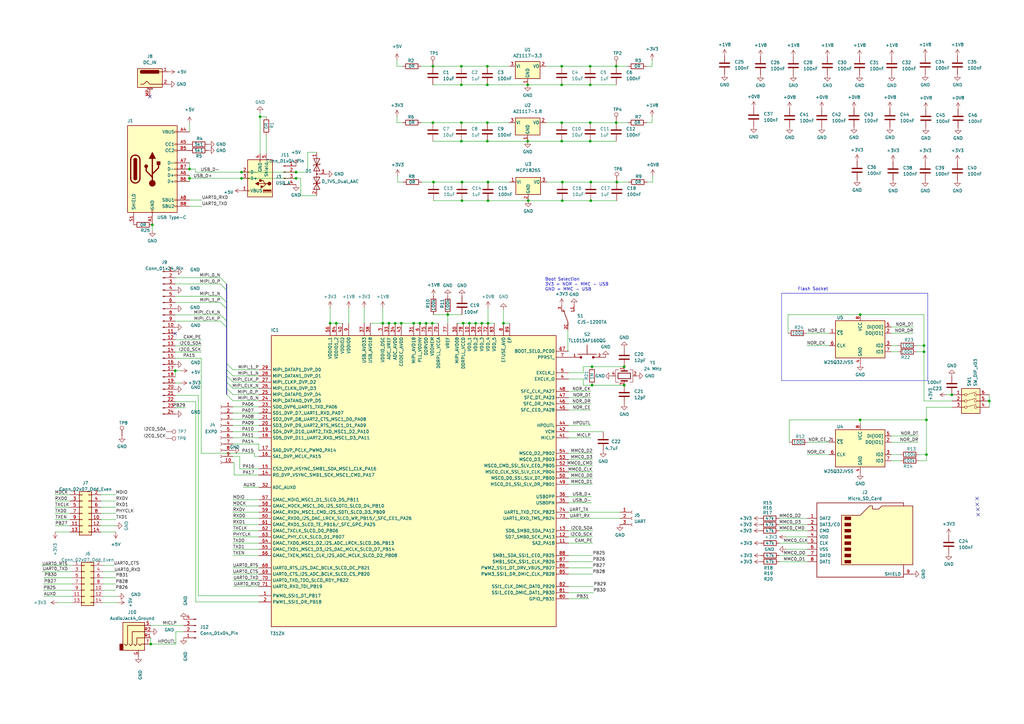
<source format=kicad_sch>
(kicad_sch (version 20230121) (generator eeschema)
  (paper "A3")
  (title_block (title "Teacup Development Board") (date "2023-05-22") (rev "B") (company "Hacker Homestead") (comment 1 "Original Design: BogdanTheGeek") (comment 2 "RevB: CaptainRon"))
  (lib_symbols
    (symbol "+1V8_1" (power) (pin_names (offset 0))
      (property "Value" "+0V8" (at 0 4.572 0))
      (symbol "+1V8_1_1_1"
        (pin power_in line (at 0 0 90) (length 0) hide (name "+0V8") (number "1"))
      )
    )
    (symbol "CJS-1200TA:CJS-1200TA" (pin_names (offset 1.016))
      (property "Reference" "S" (at 5.08 -2.54 90))
      (property "Value" "CJS-1200TA" (at 7.62 -2.54 90))
      (symbol "CJS-1200TA_0_0"
        (pin passive line (at 2.54 5.08 270) (length 2.54) (name "~") (number "1"))
        (pin passive line (at 0 -5.08 90) (length 2.54) (name "~") (number "2C"))
        (pin passive line (at -2.54 5.08 270) (length 2.54) (name "~") (number "3"))
      )
    )
    (symbol "Connector:Barrel_Jack_MountingPin" (pin_names hide)
      (property "Reference" "J" (at 0 5.334 0))
      (property "Value" "Barrel_Jack_MountingPin" (at 1.27 -6.35 0))
      (symbol "Barrel_Jack_MountingPin_1_1"
        (text "Mounting" (at 0 -4.191 0) (effects (font (size 0.381 0.381))))
        (pin passive line (at 7.62 2.54 180) (length 2.54) (name "~") (number "1"))
        (pin passive line (at 7.62 -2.54 180) (length 2.54) (name "~") (number "2"))
        (pin passive line (at 0 -7.62 90) (length 3.048) (name "MountPin") (number "MP"))
      )
    )
    (symbol "Connector:Conn_01x03_Female" (pin_names (offset 1.016) hide)
      (property "Reference" "J" (at 0 5.08 0))
      (property "Value" "Conn_01x03_Female" (at 0 -5.08 0))
      (symbol "Conn_01x03_Female_1_1"
        (pin passive line (at -5.08 2.54 0) (length 3.81) (name "Pin_1") (number "1"))
        (pin passive line (at -5.08 0 0) (length 3.81) (name "Pin_2") (number "2"))
        (pin passive line (at -5.08 -2.54 0) (length 3.81) (name "Pin_3") (number "3"))
      )
    )
    (symbol "Connector:Conn_01x04_Pin" (pin_names (offset 1.016) hide)
      (property "Reference" "J" (at 0 5.08 0))
      (property "Value" "Conn_01x04_Pin" (at 0 -7.62 0))
      (symbol "Conn_01x04_Pin_1_1"
        (pin passive line (at 5.08 2.54 180) (length 3.81) (name "Pin_1") (number "1"))
        (pin passive line (at 5.08 0 180) (length 3.81) (name "Pin_2") (number "2"))
        (pin passive line (at 5.08 -2.54 180) (length 3.81) (name "Pin_3") (number "3"))
        (pin passive line (at 5.08 -5.08 180) (length 3.81) (name "Pin_4") (number "4"))
      )
    )
    (symbol "Connector:Conn_01x10_Female" (pin_names (offset 1.016) hide)
      (property "Reference" "J" (at 0 12.7 0))
      (property "Value" "Conn_01x10_Female" (at 0 -15.24 0))
      (symbol "Conn_01x10_Female_1_1"
        (pin passive line (at -5.08 10.16 0) (length 3.81) (name "Pin_1") (number "1"))
        (pin passive line (at -5.08 -12.7 0) (length 3.81) (name "Pin_10") (number "10"))
        (pin passive line (at -5.08 7.62 0) (length 3.81) (name "Pin_2") (number "2"))
        (pin passive line (at -5.08 5.08 0) (length 3.81) (name "Pin_3") (number "3"))
        (pin passive line (at -5.08 2.54 0) (length 3.81) (name "Pin_4") (number "4"))
        (pin passive line (at -5.08 0 0) (length 3.81) (name "Pin_5") (number "5"))
        (pin passive line (at -5.08 -2.54 0) (length 3.81) (name "Pin_6") (number "6"))
        (pin passive line (at -5.08 -5.08 0) (length 3.81) (name "Pin_7") (number "7"))
        (pin passive line (at -5.08 -7.62 0) (length 3.81) (name "Pin_8") (number "8"))
        (pin passive line (at -5.08 -10.16 0) (length 3.81) (name "Pin_9") (number "9"))
      )
    )
    (symbol "Connector:Conn_01x24_Pin" (pin_names (offset 1.016) hide)
      (property "Reference" "J" (at 0 30.48 0))
      (property "Value" "Conn_01x24_Pin" (at 0 -33.02 0))
      (symbol "Conn_01x24_Pin_1_1"
        (pin passive line (at 5.08 27.94 180) (length 3.81) (name "Pin_1") (number "1"))
        (pin passive line (at 5.08 5.08 180) (length 3.81) (name "Pin_10") (number "10"))
        (pin passive line (at 5.08 2.54 180) (length 3.81) (name "Pin_11") (number "11"))
        (pin passive line (at 5.08 0 180) (length 3.81) (name "Pin_12") (number "12"))
        (pin passive line (at 5.08 -2.54 180) (length 3.81) (name "Pin_13") (number "13"))
        (pin passive line (at 5.08 -5.08 180) (length 3.81) (name "Pin_14") (number "14"))
        (pin passive line (at 5.08 -7.62 180) (length 3.81) (name "Pin_15") (number "15"))
        (pin passive line (at 5.08 -10.16 180) (length 3.81) (name "Pin_16") (number "16"))
        (pin passive line (at 5.08 -12.7 180) (length 3.81) (name "Pin_17") (number "17"))
        (pin passive line (at 5.08 -15.24 180) (length 3.81) (name "Pin_18") (number "18"))
        (pin passive line (at 5.08 -17.78 180) (length 3.81) (name "Pin_19") (number "19"))
        (pin passive line (at 5.08 25.4 180) (length 3.81) (name "Pin_2") (number "2"))
        (pin passive line (at 5.08 -20.32 180) (length 3.81) (name "Pin_20") (number "20"))
        (pin passive line (at 5.08 -22.86 180) (length 3.81) (name "Pin_21") (number "21"))
        (pin passive line (at 5.08 -25.4 180) (length 3.81) (name "Pin_22") (number "22"))
        (pin passive line (at 5.08 -27.94 180) (length 3.81) (name "Pin_23") (number "23"))
        (pin passive line (at 5.08 -30.48 180) (length 3.81) (name "Pin_24") (number "24"))
        (pin passive line (at 5.08 22.86 180) (length 3.81) (name "Pin_3") (number "3"))
        (pin passive line (at 5.08 20.32 180) (length 3.81) (name "Pin_4") (number "4"))
        (pin passive line (at 5.08 17.78 180) (length 3.81) (name "Pin_5") (number "5"))
        (pin passive line (at 5.08 15.24 180) (length 3.81) (name "Pin_6") (number "6"))
        (pin passive line (at 5.08 12.7 180) (length 3.81) (name "Pin_7") (number "7"))
        (pin passive line (at 5.08 10.16 180) (length 3.81) (name "Pin_8") (number "8"))
        (pin passive line (at 5.08 7.62 180) (length 3.81) (name "Pin_9") (number "9"))
      )
    )
    (symbol "Connector:Micro_SD_Card" (pin_names (offset 1.016))
      (property "Reference" "J" (at -16.51 15.24 0))
      (property "Value" "Micro_SD_Card" (at 16.51 15.24 0))
      (symbol "Micro_SD_Card_1_1"
        (pin bidirectional line (at -22.86 7.62 0) (length 3.81) (name "DAT2") (number "1"))
        (pin bidirectional line (at -22.86 5.08 0) (length 3.81) (name "DAT3/CD") (number "2"))
        (pin input line (at -22.86 2.54 0) (length 3.81) (name "CMD") (number "3"))
        (pin power_in line (at -22.86 0 0) (length 3.81) (name "VDD") (number "4"))
        (pin input line (at -22.86 -2.54 0) (length 3.81) (name "CLK") (number "5"))
        (pin power_in line (at -22.86 -5.08 0) (length 3.81) (name "VSS") (number "6"))
        (pin bidirectional line (at -22.86 -7.62 0) (length 3.81) (name "DAT0") (number "7"))
        (pin bidirectional line (at -22.86 -10.16 0) (length 3.81) (name "DAT1") (number "8"))
        (pin passive line (at 20.32 -15.24 180) (length 3.81) (name "SHIELD") (number "9"))
      )
    )
    (symbol "Connector:TestPoint" (pin_numbers hide) (pin_names (offset 0.762) hide)
      (property "Reference" "TP" (at 0 6.858 0))
      (property "Value" "TestPoint" (at 0 5.08 0))
      (symbol "TestPoint_1_1"
        (pin passive line (at 0 0 90) (length 2.54) (name "1") (number "1"))
      )
    )
    (symbol "Connector:USB_A" (pin_names (offset 1.016))
      (property "Reference" "J" (at -5.08 11.43 0))
      (property "Value" "USB_A" (at -5.08 8.89 0))
      (symbol "USB_A_1_1"
        (pin power_in line (at 7.62 5.08 180) (length 2.54) (name "VBUS") (number "1"))
        (pin bidirectional line (at 7.62 -2.54 180) (length 2.54) (name "D-") (number "2"))
        (pin bidirectional line (at 7.62 0 180) (length 2.54) (name "D+") (number "3"))
        (pin power_in line (at 0 -10.16 90) (length 2.54) (name "GND") (number "4"))
        (pin passive line (at -2.54 -10.16 90) (length 2.54) (name "Shield") (number "5"))
      )
    )
    (symbol "Connector:USB_C_Receptacle_USB2.0" (pin_names (offset 1.016))
      (property "Reference" "J" (at -10.16 19.05 0))
      (property "Value" "USB_C_Receptacle_USB2.0" (at 19.05 19.05 0))
      (symbol "USB_C_Receptacle_USB2.0_1_1"
        (pin passive line (at 0 -22.86 90) (length 5.08) (name "GND") (number "A1"))
        (pin passive line (at 0 -22.86 90) (length 5.08) hide (name "GND") (number "A12"))
        (pin passive line (at 15.24 15.24 180) (length 5.08) (name "VBUS") (number "A4"))
        (pin bidirectional line (at 15.24 10.16 180) (length 5.08) (name "CC1") (number "A5"))
        (pin bidirectional line (at 15.24 -2.54 180) (length 5.08) (name "D+") (number "A6"))
        (pin bidirectional line (at 15.24 2.54 180) (length 5.08) (name "D-") (number "A7"))
        (pin bidirectional line (at 15.24 -12.7 180) (length 5.08) (name "SBU1") (number "A8"))
        (pin passive line (at 15.24 15.24 180) (length 5.08) hide (name "VBUS") (number "A9"))
        (pin passive line (at 0 -22.86 90) (length 5.08) hide (name "GND") (number "B1"))
        (pin passive line (at 0 -22.86 90) (length 5.08) hide (name "GND") (number "B12"))
        (pin passive line (at 15.24 15.24 180) (length 5.08) hide (name "VBUS") (number "B4"))
        (pin bidirectional line (at 15.24 7.62 180) (length 5.08) (name "CC2") (number "B5"))
        (pin bidirectional line (at 15.24 -5.08 180) (length 5.08) (name "D+") (number "B6"))
        (pin bidirectional line (at 15.24 0 180) (length 5.08) (name "D-") (number "B7"))
        (pin bidirectional line (at 15.24 -15.24 180) (length 5.08) (name "SBU2") (number "B8"))
        (pin passive line (at 15.24 15.24 180) (length 5.08) hide (name "VBUS") (number "B9"))
        (pin passive line (at -7.62 -22.86 90) (length 5.08) (name "SHIELD") (number "S1"))
      )
    )
    (symbol "Connector_Audio:AudioJack4_Ground"
      (property "Reference" "J" (at 0 8.89 0))
      (property "Value" "AudioJack4_Ground" (at 0 6.35 0))
      (symbol "AudioJack4_Ground_1_1"
        (pin passive line (at 0 -10.16 90) (length 2.54) (name "~") (number "G"))
        (pin passive line (at 5.08 -2.54 180) (length 2.54) (name "~") (number "R1"))
        (pin passive line (at 5.08 0 180) (length 2.54) (name "~") (number "R2"))
        (pin passive line (at 5.08 2.54 180) (length 2.54) (name "~") (number "S"))
        (pin passive line (at 5.08 -5.08 180) (length 2.54) (name "~") (number "T"))
      )
    )
    (symbol "Connector_Generic:Conn_02x07_Odd_Even" (pin_names (offset 1.016) hide)
      (property "Reference" "J" (at 1.27 10.16 0))
      (property "Value" "Conn_02x07_Odd_Even" (at 1.27 -10.16 0))
      (symbol "Conn_02x07_Odd_Even_1_1"
        (pin passive line (at -5.08 7.62 0) (length 3.81) (name "Pin_1") (number "1"))
        (pin passive line (at 7.62 -2.54 180) (length 3.81) (name "Pin_10") (number "10"))
        (pin passive line (at -5.08 -5.08 0) (length 3.81) (name "Pin_11") (number "11"))
        (pin passive line (at 7.62 -5.08 180) (length 3.81) (name "Pin_12") (number "12"))
        (pin passive line (at -5.08 -7.62 0) (length 3.81) (name "Pin_13") (number "13"))
        (pin passive line (at 7.62 -7.62 180) (length 3.81) (name "Pin_14") (number "14"))
        (pin passive line (at 7.62 7.62 180) (length 3.81) (name "Pin_2") (number "2"))
        (pin passive line (at -5.08 5.08 0) (length 3.81) (name "Pin_3") (number "3"))
        (pin passive line (at 7.62 5.08 180) (length 3.81) (name "Pin_4") (number "4"))
        (pin passive line (at -5.08 2.54 0) (length 3.81) (name "Pin_5") (number "5"))
        (pin passive line (at 7.62 2.54 180) (length 3.81) (name "Pin_6") (number "6"))
        (pin passive line (at -5.08 0 0) (length 3.81) (name "Pin_7") (number "7"))
        (pin passive line (at 7.62 0 180) (length 3.81) (name "Pin_8") (number "8"))
        (pin passive line (at -5.08 -2.54 0) (length 3.81) (name "Pin_9") (number "9"))
      )
    )
    (symbol "Device:C" (pin_numbers hide) (pin_names (offset 0.254))
      (property "Reference" "C" (at 0.635 2.54 0))
      (property "Value" "C" (at 0.635 -2.54 0))
      (symbol "C_1_1"
        (pin passive line (at 0 3.81 270) (length 2.794) (name "~") (number "1"))
        (pin passive line (at 0 -3.81 90) (length 2.794) (name "~") (number "2"))
      )
    )
    (symbol "Device:Crystal_GND24" (pin_names (offset 1.016) hide)
      (property "Reference" "Y" (at 3.175 5.08 0))
      (property "Value" "Crystal_GND24" (at 3.175 3.175 0))
      (symbol "Crystal_GND24_1_1"
        (pin passive line (at -3.81 0 0) (length 1.27) (name "1") (number "1"))
        (pin passive line (at 0 5.08 270) (length 1.27) (name "2") (number "2"))
        (pin passive line (at 3.81 0 180) (length 1.27) (name "3") (number "3"))
        (pin passive line (at 0 -5.08 90) (length 1.27) (name "4") (number "4"))
      )
    )
    (symbol "Device:D_TVS_Dual_AAC" (pin_names (offset 1.016) hide)
      (property "Reference" "D" (at 0 4.445 0))
      (property "Value" "D_TVS_Dual_AAC" (at 0 2.54 0))
      (symbol "D_TVS_Dual_AAC_1_1"
        (pin passive line (at -8.89 0 0) (length 2.54) (name "A1") (number "1"))
        (pin passive line (at 8.89 0 180) (length 2.54) (name "A2") (number "2"))
        (pin input line (at 0 -3.81 90) (length 2.54) (name "common") (number "3"))
      )
    )
    (symbol "Device:R" (pin_numbers hide) (pin_names (offset 0))
      (property "Reference" "R" (at 2.032 0 90))
      (property "Value" "R" (at 0 0 90))
      (symbol "R_1_1"
        (pin passive line (at 0 3.81 270) (length 1.27) (name "~") (number "1"))
        (pin passive line (at 0 -3.81 90) (length 1.27) (name "~") (number "2"))
      )
    )
    (symbol "Memory_Flash:W25Q32JVSS"
      (property "Reference" "U" (at -8.89 8.89 0))
      (property "Value" "W25Q32JVSS" (at 7.62 8.89 0))
      (symbol "W25Q32JVSS_1_1"
        (pin input line (at -12.7 2.54 0) (length 2.54) (name "~{CS}") (number "1"))
        (pin bidirectional line (at 12.7 2.54 180) (length 2.54) (name "DO(IO1)") (number "2"))
        (pin bidirectional line (at 12.7 -2.54 180) (length 2.54) (name "IO2") (number "3"))
        (pin power_in line (at 0 -10.16 90) (length 2.54) (name "GND") (number "4"))
        (pin bidirectional line (at 12.7 5.08 180) (length 2.54) (name "DI(IO0)") (number "5"))
        (pin input line (at -12.7 -2.54 0) (length 2.54) (name "CLK") (number "6"))
        (pin bidirectional line (at 12.7 -5.08 180) (length 2.54) (name "IO3") (number "7"))
        (pin power_in line (at 0 10.16 270) (length 2.54) (name "VCC") (number "8"))
      )
    )
    (symbol "Regulator_Linear:AZ1117-1.8" (pin_names (offset 0.254))
      (property "Reference" "U" (at -3.81 3.175 0))
      (property "Value" "AZ1117-1.8" (at 0 3.175 0))
      (symbol "AZ1117-1.8_1_1"
        (pin power_in line (at 0 -7.62 90) (length 2.54) (name "GND") (number "1"))
        (pin power_out line (at 7.62 0 180) (length 2.54) (name "VO") (number "2"))
        (pin power_in line (at -7.62 0 0) (length 2.54) (name "VI") (number "3"))
      )
    )
    (symbol "Regulator_Linear:AZ1117-3.3" (pin_names (offset 0.254))
      (property "Reference" "U" (at -3.81 3.175 0))
      (property "Value" "AZ1117-3.3" (at 0 3.175 0))
      (symbol "AZ1117-3.3_1_1"
        (pin power_in line (at 0 -7.62 90) (length 2.54) (name "GND") (number "1"))
        (pin power_out line (at 7.62 0 180) (length 2.54) (name "VO") (number "2"))
        (pin power_in line (at -7.62 0 0) (length 2.54) (name "VI") (number "3"))
      )
    )
    (symbol "Regulator_Linear:MCP1826S" (pin_names (offset 0.254))
      (property "Reference" "U" (at -3.81 3.175 0))
      (property "Value" "MCP1826S" (at 0 3.175 0))
      (symbol "MCP1826S_1_1"
        (pin power_in line (at -7.62 0 0) (length 2.54) (name "VI") (number "1"))
        (pin power_in line (at 0 -7.62 90) (length 2.54) (name "GND") (number "2"))
        (pin power_out line (at 7.62 0 180) (length 2.54) (name "VO") (number "3"))
      )
    )
    (symbol "Switch:SW_DIP_x03" (pin_names (offset 0) hide)
      (property "Reference" "SW" (at 0 8.89 0))
      (property "Value" "SW_DIP_x03" (at 0 -3.81 0))
      (symbol "SW_DIP_x03_1_1"
        (pin passive line (at -7.62 5.08 0) (length 5.08) (name "~") (number "1"))
        (pin passive line (at -7.62 2.54 0) (length 5.08) (name "~") (number "2"))
        (pin passive line (at -7.62 0 0) (length 5.08) (name "~") (number "3"))
        (pin passive line (at 7.62 0 180) (length 5.08) (name "~") (number "4"))
        (pin passive line (at 7.62 2.54 180) (length 5.08) (name "~") (number "5"))
        (pin passive line (at 7.62 5.08 180) (length 5.08) (name "~") (number "6"))
      )
    )
    (symbol "T31ZX:T31ZX"
      (property "Value" "T31ZX" (at 63.5 -2.54 0))
      (property "Reference_1" "IC" (at 6.35 54.61 0))
      (property "Value_1" "T31ZX" (at 5.08 -69.85 0))
      (symbol "T31ZX_1_1"
        (pin passive line (at 0 -55.88 0) (length 5.08) (name "PWM0_SSI1_DT_PB17") (number "1"))
        (pin passive line (at 86.36 55.88 270) (length 5.08) (name "VDD_1") (number "10"))
        (pin passive line (at 127 -34.29 180) (length 5.08) (name "SA2_PA18") (number "11"))
        (pin passive line (at 127 -31.75 180) (length 5.08) (name "SD7_SMB0_SCK_PA13") (number "12"))
        (pin passive line (at 127 -29.21 180) (length 5.08) (name "SD6_SMB0_SDA_PA12") (number "13"))
        (pin passive line (at 0 -6.35 0) (length 5.08) (name "RD_DVP_VSYNC_SMB1_SCK_MSC1_CMD_PA17") (number "14"))
        (pin passive line (at 0 -3.81 0) (length 5.08) (name "CS2_DVP_HSYNC_SMB1_SDA_MSC1_CLK_PA16") (number "15"))
        (pin passive line (at 0 1.27 0) (length 5.08) (name "SA1_DVP_MCLK_PA15") (number "16"))
        (pin passive line (at 0 3.81 0) (length 5.08) (name "SA0_DVP_PCLK_PWM0_PA14") (number "17"))
        (pin passive line (at 0 8.89 0) (length 5.08) (name "SD5_DVP_D11_UART2_RXD_MSC1_D3_PA11") (number "18"))
        (pin passive line (at 0 11.43 0) (length 5.08) (name "SD4_DVP_D10_UART2_TXD_MSC1_D2_PA10") (number "19"))
        (pin passive line (at 0 -58.42 0) (length 5.08) (name "PWM1_SSI1_DR_PB18") (number "2"))
        (pin passive line (at 0 13.97 0) (length 5.08) (name "SD3_DVP_D9_UART2_RTS_MSC1_D1_PA09") (number "20"))
        (pin passive line (at 0 16.51 0) (length 5.08) (name "SD2_DVP_D8_UART2_CTS_MSC1_D0_PA08") (number "21"))
        (pin passive line (at 0 19.05 0) (length 5.08) (name "SD1_DVP_D7_UART1_RXD_PA07") (number "22"))
        (pin passive line (at 0 21.59 0) (length 5.08) (name "SD0_DVP6_UART1_TXD_PA06") (number "23"))
        (pin passive line (at 0 24.13 0) (length 5.08) (name "MIPI_DATAN0_DVP_D5") (number "24"))
        (pin passive line (at 0 26.67 0) (length 5.08) (name "MIPI_DATAP0_DVP_D4") (number "25"))
        (pin passive line (at 0 29.21 0) (length 5.08) (name "MIPI_CLKN_DVP_D3") (number "26"))
        (pin passive line (at 0 31.75 0) (length 5.08) (name "MIPI_CLKP_DVP_D2") (number "27"))
        (pin passive line (at 0 34.29 0) (length 5.08) (name "MIPI_DATAN1_DVP_D1") (number "28"))
        (pin passive line (at 0 36.83 0) (length 5.08) (name "MIPI_DATAP1_DVP_D0") (number "29"))
        (pin passive line (at 50.8 55.88 270) (length 5.08) (name "VDDIO_OSC") (number "3"))
        (pin passive line (at 81.28 55.88 270) (length 5.08) (name "MIPI_AVD08") (number "30"))
        (pin passive line (at 63.5 55.88 270) (length 5.08) (name "MIPI_AVD18") (number "31"))
        (pin passive line (at 0 -11.43 0) (length 5.08) (name "ADC_AUX0") (number "32"))
        (pin passive line (at 53.34 55.88 270) (length 5.08) (name "ADC_VREF") (number "33"))
        (pin passive line (at 55.88 55.88 270) (length 5.08) (name "ADC_AVDD") (number "34"))
        (pin passive line (at 127 -17.78 180) (length 5.08) (name "USB0PN") (number "35"))
        (pin passive line (at 127 -15.24 180) (length 5.08) (name "USB0PP") (number "36"))
        (pin passive line (at 43.18 55.88 270) (length 5.08) (name "USB_AVD33") (number "37"))
        (pin passive line (at 45.72 55.88 270) (length 5.08) (name "USB_AVD18") (number "38"))
        (pin passive line (at 88.9 55.88 270) (length 5.08) (name "VDD_2") (number "39"))
        (pin passive line (at 127 33.02 180) (length 5.08) (name "EXCLK_O") (number "4"))
        (pin passive line (at 34.29 55.88 270) (length 5.08) (name "VDDIO2") (number "40"))
        (pin passive line (at 127 8.89 180) (length 5.08) (name "MICLP") (number "41"))
        (pin passive line (at 127 11.43 180) (length 5.08) (name "VCM") (number "42"))
        (pin passive line (at 58.42 55.88 270) (length 5.08) (name "CODEC_AVDD") (number "43"))
        (pin passive line (at 127 13.97 180) (length 5.08) (name "HPOUTL") (number "44"))
        (pin passive line (at 127 20.32 180) (length 5.08) (name "SFC_CE0_PA28") (number "45"))
        (pin passive line (at 127 22.86 180) (length 5.08) (name "SFC_DR_PA24") (number "46"))
        (pin passive line (at 127 25.4 180) (length 5.08) (name "SFC_DT_PA23") (number "47"))
        (pin passive line (at 127 27.94 180) (length 5.08) (name "SFC_CLK_PA27") (number "48"))
        (pin passive line (at 127 -10.16 180) (length 5.08) (name "MSC0_D1_SSI_SLV_DR_PB01") (number "49"))
        (pin passive line (at 127 35.56 180) (length 5.08) (name "EXCLK_I") (number "5"))
        (pin passive line (at 127 -7.62 180) (length 5.08) (name "MSC0_D0_SSI_SLV_DT_PB00") (number "50"))
        (pin passive line (at 127 -5.08 180) (length 5.08) (name "MSC0_CLK_SSI_SLV_CLK_PB04") (number "51"))
        (pin passive line (at 127 -2.54 180) (length 5.08) (name "MSC0_CMD_SSI_SLV_CE0_PB05") (number "52"))
        (pin passive line (at 127 0 180) (length 5.08) (name "MSC0_D3_PB03") (number "53"))
        (pin passive line (at 127 2.54 180) (length 5.08) (name "MSC0_D2_PB02") (number "54"))
        (pin passive line (at 91.44 55.88 270) (length 5.08) (name "VDD_3") (number "55"))
        (pin passive line (at 29.21 55.88 270) (length 5.08) (name "VDDIO1_1") (number "56"))
        (pin passive line (at 0 -16.51 0) (length 5.08) (name "GMAC_MDIO_MSC1_D1_SLCD_D5_PB11") (number "57"))
        (pin passive line (at 0 -19.05 0) (length 5.08) (name "GMAC_MDCK_MSC1_D0_I2S_SDTO_SLCD_D4_PB10") (number "58"))
        (pin passive line (at 0 -21.59 0) (length 5.08) (name "GMAC_RXDV_MSC1_CMD_I2S_SDTI_SLCD_D3_PB09") (number "59"))
        (pin passive line (at 66.04 55.88 270) (length 5.08) (name "PLL_VDDHV") (number "6"))
        (pin passive line (at 0 -24.13 0) (length 5.08) (name "GMAC_RXD0_I2S_DAC_LRCK_SLCD_WR_PB15/_SFC_CE1_PA26") (number "60"))
        (pin passive line (at 0 -26.67 0) (length 5.08) (name "GMAC_RXD1_SLCD_TE_PB16/_SFC_GPC_PA25") (number "61"))
        (pin passive line (at 0 -29.21 0) (length 5.08) (name "GMAC_TXCLK_SLCD_D0_PB06") (number "62"))
        (pin passive line (at 0 -31.75 0) (length 5.08) (name "GMAC_PHY_CLK_SLCD_D1_PB07") (number "63"))
        (pin passive line (at 0 -34.29 0) (length 5.08) (name "GMAC_TXD0_MSC1_D2_I2S_ADC_LRCK_SLCD_D6_PB13") (number "64"))
        (pin passive line (at 0 -36.83 0) (length 5.08) (name "GMAC_TXD1_MSC1_D3_I2S_DAC_MCLK_SLCD_D7_PB14") (number "65"))
        (pin passive line (at 0 -39.37 0) (length 5.08) (name "GMAC_TXEN_MSC1_CLK_I2S_ADC_MCLK_SLCD_D2_PB08") (number "66"))
        (pin passive line (at 127 44.45 180) (length 5.08) (name "BOOT_SEL0_PC00") (number "67"))
        (pin passive line (at 0 -44.45 0) (length 5.08) (name "UART0_RTS_I2S_DAC_BCLK_SLCD_DC_PB21") (number "68"))
        (pin passive line (at 0 -46.99 0) (length 5.08) (name "UART0_CTS_I2S_ADC_BCLK_SLCD_CS_PB20") (number "69"))
        (pin passive line (at 127 41.91 180) (length 5.08) (name "PPRST_") (number "7"))
        (pin passive line (at 0 -49.53 0) (length 5.08) (name "UART0_TXD_TDO_SLCD_RDY_PB22") (number "70"))
        (pin passive line (at 0 -52.07 0) (length 5.08) (name "UART0_RXD_TDI_PB19") (number "71"))
        (pin passive line (at 93.98 55.88 270) (length 5.08) (name "VDD_4") (number "72"))
        (pin passive line (at 127 -24.13 180) (length 5.08) (name "UART1_RXD_TMS_PB24") (number "73"))
        (pin passive line (at 127 -21.59 180) (length 5.08) (name "UART1_TXD_TCK_PB23") (number "74"))
        (pin passive line (at 68.58 55.88 270) (length 5.08) (name "DDRVDD") (number "75"))
        (pin passive line (at 71.12 55.88 270) (length 5.08) (name "VDDMEM") (number "76"))
        (pin passive line (at 77.47 55.88 270) (length 5.08) (name "VREF") (number "77"))
        (pin passive line (at 83.82 55.88 270) (length 5.08) (name "DDRPLL_VCCD") (number "78"))
        (pin passive line (at 73.66 55.88 270) (length 5.08) (name "DDRPLL_VCCA") (number "79"))
        (pin passive line (at 100.33 55.88 270) (length 5.08) (name "EFUSE_AVD") (number "8"))
        (pin passive line (at 127 -57.15 180) (length 5.08) (name "GPIO_PB31") (number "80"))
        (pin passive line (at 127 -54.61 180) (length 5.08) (name "SSI1_CE0_DMIC_DAT1_PB30") (number "81"))
        (pin passive line (at 127 -52.07 180) (length 5.08) (name "SSI1_CLK_DMIC_DAT0_PB29") (number "82"))
        (pin passive line (at 96.52 55.88 270) (length 5.08) (name "VDD_5") (number "83"))
        (pin passive line (at 31.75 55.88 270) (length 5.08) (name "VDDIO1_2") (number "84"))
        (pin passive line (at 127 -46.99 180) (length 5.08) (name "PWM3_SSI1_DR_DMIC_CLK_PB28") (number "85"))
        (pin passive line (at 127 -44.45 180) (length 5.08) (name "PWM2_SSI1_DT_DRV_VBUS_PB27") (number "86"))
        (pin passive line (at 127 -41.91 180) (length 5.08) (name "SMB1_SCK_SSI1_CLK_PB26") (number "87"))
        (pin passive line (at 127 -39.37 180) (length 5.08) (name "SMB1_SDA_SSI1_CE0_PB25") (number "88"))
        (pin passive line (at 102.87 55.88 270) (length 5.08) (name "EP") (number "89"))
        (pin passive line (at 36.83 55.88 270) (length 5.08) (name "VDDIO0") (number "9"))
      )
    )
    (symbol "TL1015AF160QG:TL1015AF160QG" (pin_names (offset 1.016))
      (property "Reference" "S" (at -5.08 6.35 0))
      (property "Value" "TL1015AF160QG" (at -5.08 -5.08 0))
      (symbol "TL1015AF160QG_0_0"
        (pin passive line (at -7.62 0 0) (length 5.08) (name "~") (number "1"))
        (pin passive line (at 7.62 0 180) (length 5.08) (name "~") (number "2"))
      )
    )
    (symbol "power:+1V8" (power) (pin_names (offset 0))
      (property "Value" "+1V8" (at 0 3.556 0))
      (symbol "+1V8_1_1"
        (pin power_in line (at 0 0 90) (length 0) hide (name "+1V8") (number "1"))
      )
    )
    (symbol "power:+3V3" (power) (pin_names (offset 0))
      (property "Value" "+3V3" (at 0 3.556 0))
      (symbol "+3V3_1_1"
        (pin power_in line (at 0 0 90) (length 0) hide (name "+3V3") (number "1"))
      )
    )
    (symbol "power:+5V" (power) (pin_names (offset 0))
      (property "Value" "+5V" (at 0 3.556 0))
      (symbol "+5V_1_1"
        (pin power_in line (at 0 0 90) (length 0) hide (name "+5V") (number "1"))
      )
    )
    (symbol "power:GND" (power) (pin_names (offset 0))
      (property "Value" "GND" (at 0 -3.81 0))
      (symbol "GND_1_1"
        (pin power_in line (at 0 0 270) (length 0) hide (name "GND") (number "1"))
      )
    )
  )
  (junction (at 252.73 27.178))
  (junction (at 242.062 50.292))
  (junction (at 405.765 164.465))
  (junction (at 252.73 50.292))
  (junction (at 256.032 157.988))
  (junction (at 99.06 73.152))
  (junction (at 189.23 57.912))
  (junction (at 230.632 74.676))
  (junction (at 99.06 70.612))
  (junction (at 230.378 50.292))
  (junction (at 189.23 27.178))
  (junction (at 77.724 73.152))
  (junction (at 189.484 82.296))
  (junction (at 378.968 141.732))
  (junction (at 242.316 74.676))
  (junction (at 199.898 57.912))
  (junction (at 230.378 57.912))
  (junction (at 379.984 172.212))
  (junction (at 189.23 50.292))
  (junction (at 169.672 132.588))
  (junction (at 195.072 132.588))
  (junction (at 200.152 132.588))
  (junction (at 177.292 132.588))
  (junction (at 77.724 69.342))
  (junction (at 177.546 27.178))
  (junction (at 242.316 82.296))
  (junction (at 216.408 34.798))
  (junction (at 121.412 70.612))
  (junction (at 106.68 47.879))
  (junction (at 62.484 92.202))
  (junction (at 242.062 57.912))
  (junction (at 256.032 150.368))
  (junction (at 200.152 74.676))
  (junction (at 199.898 27.178))
  (junction (at 137.922 132.588))
  (junction (at 230.632 82.296))
  (junction (at 172.212 132.588))
  (junction (at 135.382 132.588))
  (junction (at 61.849 264.16))
  (junction (at 242.824 150.368))
  (junction (at 121.412 73.152))
  (junction (at 189.992 132.588))
  (junction (at 156.972 132.588))
  (junction (at 390.398 161.925))
  (junction (at 378.968 144.272))
  (junction (at 379.984 186.436))
  (junction (at 177.546 50.292))
  (junction (at 162.052 132.588))
  (junction (at 216.662 82.296))
  (junction (at 230.378 34.798))
  (junction (at 242.062 27.178))
  (junction (at 71.882 152.019))
  (junction (at 183.642 129.032))
  (junction (at 174.752 132.588))
  (junction (at 164.592 132.588))
  (junction (at 197.612 132.588))
  (junction (at 189.484 74.676))
  (junction (at 352.806 129.032))
  (junction (at 242.062 34.798))
  (junction (at 242.824 157.988))
  (junction (at 216.408 57.912))
  (junction (at 206.502 132.588))
  (junction (at 230.378 27.178))
  (junction (at 192.532 132.588))
  (junction (at 352.806 172.212))
  (junction (at 159.512 132.588))
  (junction (at 177.8 74.676))
  (junction (at 252.984 74.676))
  (junction (at 189.23 34.798))
  (junction (at 199.898 34.798))
  (junction (at 200.152 82.296))
  (junction (at 199.898 50.292))
  (no_connect (at 401.193 211.074))
  (no_connect (at 401.066 208.915))
  (no_connect (at 400.812 206.883))
  (no_connect (at 400.685 204.47))
  (no_connect (at 61.468 39.624))
  (no_connect (at 71.882 136.779))
  (bus_entry (at 95.504 161.798) (size -2.54 -2.54))
  (bus_entry (at 95.504 164.338) (size -2.54 -2.54))
  (bus_entry (at 95.504 151.638) (size -2.54 -2.54))
  (bus_entry (at 95.504 154.178) (size -2.54 -2.54))
  (bus_entry (at 95.504 156.718) (size -2.54 -2.54))
  (bus_entry (at 95.504 159.258) (size -2.54 -2.54))
  (bus_entry (at 92.964 118.999) (size -2.54 -2.54))
  (bus_entry (at 92.964 134.239) (size -2.54 -2.54))
  (bus_entry (at 92.964 131.699) (size -2.54 -2.54))
  (bus_entry (at 92.964 124.079) (size -2.54 -2.54))
  (bus_entry (at 92.964 126.619) (size -2.54 -2.54))
  (bus_entry (at 92.964 116.459) (size -2.54 -2.54))
  (wire (pts (xy 99.822 199.898) (xy 106.172 199.898)))
  (wire (pts (xy 189.23 27.178) (xy 199.898 27.178)))
  (wire (pts (xy 95.504 164.338) (xy 106.172 164.338)))
  (wire (pts (xy 233.172 191.008) (xy 243.078 191.008)))
  (wire (pts (xy 405.765 164.465) (xy 405.765 167.005)))
  (wire (pts (xy 230.632 82.296) (xy 242.316 82.296)))
  (wire (pts (xy 29.591 239.522) (xy 18.034 239.522)))
  (wire (pts (xy 195.072 132.588) (xy 197.612 132.588)))
  (wire (pts (xy 233.172 217.678) (xy 243.078 217.678)))
  (wire (pts (xy 252.73 34.798) (xy 242.062 34.798)))
  (wire (pts (xy 29.591 236.982) (xy 18.161 236.982)))
  (wire (pts (xy 375.92 144.272) (xy 378.968 144.272)))
  (wire (pts (xy 42.291 234.442) (xy 46.863 234.442)))
  (polyline (pts (xy 380.492 120.269) (xy 380.492 156.083)))
  (wire (pts (xy 230.378 57.912) (xy 242.062 57.912)))
  (wire (pts (xy 267.716 74.676) (xy 265.43 74.676)))
  (wire (pts (xy 82.55 147.066) (xy 82.423 147.066)))
  (wire (pts (xy 340.106 141.732) (xy 330.962 141.732)))
  (wire (pts (xy 95.504 161.798) (xy 106.172 161.798)))
  (wire (pts (xy 61.849 256.54) (xy 75.311 256.54)))
  (wire (pts (xy 99.06 73.152) (xy 77.724 73.152)))
  (wire (pts (xy 233.172 210.058) (xy 254.254 210.058)))
  (wire (pts (xy 95.504 227.838) (xy 106.172 227.838)))
  (wire (pts (xy 365.506 178.816) (xy 376.682 178.816)))
  (bus (pts (xy 92.964 156.718) (xy 92.964 159.258)))
  (wire (pts (xy 319.659 222.758) (xy 331.216 222.758)))
  (wire (pts (xy 137.922 132.588) (xy 135.382 132.588)))
  (wire (pts (xy 95.504 166.878) (xy 106.172 166.878)))
  (wire (pts (xy 123.317 73.152) (xy 121.412 73.152)))
  (wire (pts (xy 95.504 215.138) (xy 106.172 215.138)))
  (wire (pts (xy 243.078 235.458) (xy 233.172 235.458)))
  (wire (pts (xy 81.28 244.348) (xy 106.172 244.348)))
  (wire (pts (xy 331.216 220.218) (xy 322.326 220.218)))
  (wire (pts (xy 80.137 70.612) (xy 99.06 70.612)))
  (wire (pts (xy 233.172 222.758) (xy 243.078 222.758)))
  (wire (pts (xy 200.152 132.588) (xy 202.692 132.588)))
  (wire (pts (xy 365.506 186.436) (xy 369.316 186.436)))
  (wire (pts (xy 41.402 205.486) (xy 47.498 205.486)))
  (wire (pts (xy 174.752 132.588) (xy 177.292 132.588)))
  (bus (pts (xy 92.964 118.999) (xy 92.964 124.079)))
  (wire (pts (xy 126.238 70.612) (xy 121.412 70.612)))
  (wire (pts (xy 28.702 205.486) (xy 22.479 205.486)))
  (wire (pts (xy 331.343 181.356) (xy 340.106 181.356)))
  (wire (pts (xy 257.556 27.178) (xy 252.73 27.178)))
  (bus (pts (xy 92.964 126.619) (xy 92.964 131.699)))
  (wire (pts (xy 22.606 215.646) (xy 28.702 215.646)))
  (wire (pts (xy 242.316 74.676) (xy 252.984 74.676)))
  (wire (pts (xy 177.546 50.292) (xy 189.23 50.292)))
  (wire (pts (xy 42.291 231.902) (xy 46.609 231.902)))
  (wire (pts (xy 95.504 171.958) (xy 106.172 171.958)))
  (wire (pts (xy 388.112 161.925) (xy 390.398 161.925)))
  (wire (pts (xy 340.106 186.436) (xy 330.962 186.436)))
  (wire (pts (xy 177.8 129.032) (xy 183.642 129.032)))
  (wire (pts (xy 242.062 27.178) (xy 252.73 27.178)))
  (wire (pts (xy 156.972 132.588) (xy 159.512 132.588)))
  (wire (pts (xy 172.212 132.588) (xy 174.752 132.588)))
  (wire (pts (xy 267.716 72.136) (xy 267.716 74.676)))
  (wire (pts (xy 82.55 185.928) (xy 104.394 185.928)))
  (wire (pts (xy 41.402 202.946) (xy 47.498 202.946)))
  (wire (pts (xy 95.504 177.038) (xy 106.172 177.038)))
  (wire (pts (xy 159.512 132.588) (xy 162.052 132.588)))
  (wire (pts (xy 22.606 218.186) (xy 28.702 218.186)))
  (wire (pts (xy 206.502 132.588) (xy 209.042 132.588)))
  (wire (pts (xy 71.882 144.399) (xy 82.55 144.399)))
  (wire (pts (xy 17.399 234.442) (xy 17.399 234.315)))
  (wire (pts (xy 95.504 232.918) (xy 106.172 232.918)))
  (wire (pts (xy 42.291 242.062) (xy 47.371 242.062)))
  (wire (pts (xy 82.423 147.066) (xy 82.423 146.939)))
  (wire (pts (xy 199.898 57.912) (xy 216.408 57.912)))
  (wire (pts (xy 106.172 187.198) (xy 104.394 187.198)))
  (wire (pts (xy 126.238 62.484) (xy 126.238 70.612)))
  (wire (pts (xy 42.291 247.142) (xy 48.387 247.142)))
  (wire (pts (xy 72.136 259.08) (xy 72.136 264.16)))
  (wire (pts (xy 257.81 74.676) (xy 252.984 74.676)))
  (wire (pts (xy 61.849 261.62) (xy 61.849 264.16)))
  (wire (pts (xy 46.609 231.902) (xy 46.609 232.029)))
  (wire (pts (xy 28.702 208.026) (xy 22.479 208.026)))
  (wire (pts (xy 233.172 212.598) (xy 254.254 212.598)))
  (wire (pts (xy 323.723 172.212) (xy 352.806 172.212)))
  (wire (pts (xy 41.402 213.106) (xy 47.498 213.106)))
  (polyline (pts (xy 320.548 120.269) (xy 380.492 120.269)))
  (wire (pts (xy 233.172 220.218) (xy 243.078 220.218)))
  (wire (pts (xy 162.052 132.588) (xy 164.592 132.588)))
  (wire (pts (xy 378.968 129.032) (xy 352.806 129.032)))
  (wire (pts (xy 239.268 150.368) (xy 239.268 152.908)))
  (wire (pts (xy 216.408 34.798) (xy 230.378 34.798)))
  (wire (pts (xy 365.506 134.112) (xy 374.65 134.112)))
  (wire (pts (xy 189.23 57.912) (xy 199.898 57.912)))
  (wire (pts (xy 151.892 132.588) (xy 156.972 132.588)))
  (wire (pts (xy 376.936 188.976) (xy 379.984 188.976)))
  (wire (pts (xy 95.504 212.598) (xy 106.172 212.598)))
  (wire (pts (xy 365.506 188.976) (xy 369.316 188.976)))
  (wire (pts (xy 177.8 82.296) (xy 189.484 82.296)))
  (wire (pts (xy 323.215 129.032) (xy 352.806 129.032)))
  (wire (pts (xy 177.546 57.912) (xy 189.23 57.912)))
  (wire (pts (xy 375.92 141.732) (xy 378.968 141.732)))
  (wire (pts (xy 95.504 217.678) (xy 106.172 217.678)))
  (wire (pts (xy 243.078 227.838) (xy 233.172 227.838)))
  (wire (pts (xy 71.882 139.319) (xy 82.55 139.319)))
  (wire (pts (xy 77.724 50.546) (xy 77.724 54.102)))
  (wire (pts (xy 95.504 204.978) (xy 106.172 204.978)))
  (bus (pts (xy 92.964 151.638) (xy 92.964 154.178)))
  (wire (pts (xy 233.172 198.628) (xy 243.078 198.628)))
  (wire (pts (xy 162.814 27.178) (xy 165.1 27.178)))
  (polyline (pts (xy 320.548 156.083) (xy 320.548 120.269)))
  (wire (pts (xy 109.22 55.499) (xy 109.22 62.992)))
  (wire (pts (xy 22.479 202.946) (xy 28.702 202.946)))
  (wire (pts (xy 18.034 239.522) (xy 18.034 239.395)))
  (wire (pts (xy 233.172 165.608) (xy 242.316 165.608)))
  (wire (pts (xy 72.136 259.08) (xy 75.311 259.08)))
  (wire (pts (xy 95.504 169.418) (xy 106.172 169.418)))
  (wire (pts (xy 96.012 189.738) (xy 96.012 194.818)))
  (wire (pts (xy 365.506 144.272) (xy 368.3 144.272)))
  (wire (pts (xy 172.974 74.676) (xy 177.8 74.676)))
  (wire (pts (xy 242.824 150.368) (xy 256.032 150.368)))
  (wire (pts (xy 95.504 225.298) (xy 106.172 225.298)))
  (wire (pts (xy 224.028 27.178) (xy 230.378 27.178)))
  (wire (pts (xy 224.028 50.292) (xy 230.378 50.292)))
  (wire (pts (xy 172.72 50.292) (xy 177.546 50.292)))
  (wire (pts (xy 22.479 210.566) (xy 28.702 210.566)))
  (wire (pts (xy 164.592 132.588) (xy 169.672 132.588)))
  (wire (pts (xy 121.412 73.152) (xy 99.06 73.152)))
  (wire (pts (xy 80.264 246.888) (xy 106.172 246.888)))
  (wire (pts (xy 74.168 152.019) (xy 71.882 152.019)))
  (wire (pts (xy 41.402 218.186) (xy 47.498 218.186)))
  (wire (pts (xy 365.506 136.652) (xy 374.65 136.652)))
  (wire (pts (xy 233.172 155.448) (xy 239.268 155.448)))
  (wire (pts (xy 233.172 188.468) (xy 243.078 188.468)))
  (wire (pts (xy 72.136 264.16) (xy 61.849 264.16)))
  (wire (pts (xy 230.378 27.178) (xy 242.062 27.178)))
  (wire (pts (xy 82.55 147.066) (xy 82.55 185.928)))
  (wire (pts (xy 242.824 157.988) (xy 256.032 157.988)))
  (wire (pts (xy 378.968 164.465) (xy 390.525 164.465)))
  (wire (pts (xy 379.984 172.212) (xy 379.984 186.436)))
  (wire (pts (xy 98.298 192.278) (xy 106.172 192.278)))
  (wire (pts (xy 224.282 74.676) (xy 230.632 74.676)))
  (wire (pts (xy 199.898 27.178) (xy 208.788 27.178)))
  (wire (pts (xy 129.921 80.264) (xy 123.317 80.264)))
  (wire (pts (xy 81.28 162.179) (xy 81.28 244.348)))
  (wire (pts (xy 267.462 47.752) (xy 267.462 50.292)))
  (wire (pts (xy 95.504 179.578) (xy 106.172 179.578)))
  (wire (pts (xy 95.504 182.118) (xy 106.172 182.118)))
  (bus (pts (xy 92.964 116.459) (xy 92.964 118.999)))
  (wire (pts (xy 80.137 69.342) (xy 77.724 69.342)))
  (wire (pts (xy 62.484 92.202) (xy 62.484 94.488)))
  (wire (pts (xy 232.918 144.018) (xy 233.172 144.018)))
  (wire (pts (xy 189.23 50.292) (xy 199.898 50.292)))
  (wire (pts (xy 106.68 47.879) (xy 106.68 62.992)))
  (wire (pts (xy 242.062 50.292) (xy 252.73 50.292)))
  (wire (pts (xy 95.504 207.518) (xy 106.172 207.518)))
  (wire (pts (xy 163.068 72.136) (xy 163.068 74.676)))
  (wire (pts (xy 77.724 73.152) (xy 77.724 74.422)))
  (wire (pts (xy 239.268 152.908) (xy 233.172 152.908)))
  (wire (pts (xy 162.814 47.752) (xy 162.814 50.292)))
  (wire (pts (xy 379.984 172.212) (xy 352.806 172.212)))
  (wire (pts (xy 71.882 113.919) (xy 90.424 113.919)))
  (wire (pts (xy 233.172 160.528) (xy 242.316 160.528)))
  (wire (pts (xy 319.532 217.678) (xy 331.216 217.678)))
  (wire (pts (xy 323.215 136.652) (xy 323.215 129.032)))
  (wire (pts (xy 233.172 193.548) (xy 243.078 193.548)))
  (wire (pts (xy 192.532 132.588) (xy 195.072 132.588)))
  (wire (pts (xy 95.504 174.498) (xy 106.172 174.498)))
  (wire (pts (xy 17.78 242.062) (xy 29.591 242.062)))
  (wire (pts (xy 177.546 34.798) (xy 189.23 34.798)))
  (wire (pts (xy 189.23 34.798) (xy 199.898 34.798)))
  (polyline (pts (xy 380.492 156.083) (xy 320.548 156.083)))
  (wire (pts (xy 189.484 82.296) (xy 200.152 82.296)))
  (wire (pts (xy 95.504 187.198) (xy 98.298 187.198)))
  (wire (pts (xy 17.272 231.902) (xy 17.272 232.283)))
  (wire (pts (xy 95.631 237.998) (xy 106.172 237.998)))
  (wire (pts (xy 379.984 167.005) (xy 379.984 172.212)))
  (wire (pts (xy 189.992 132.588) (xy 192.532 132.588)))
  (wire (pts (xy 80.264 164.719) (xy 80.264 246.888)))
  (wire (pts (xy 267.462 27.178) (xy 265.176 27.178)))
  (wire (pts (xy 247.396 177.038) (xy 247.396 177.292)))
  (bus (pts (xy 92.964 131.699) (xy 92.964 134.239)))
  (wire (pts (xy 77.724 69.342) (xy 77.724 66.802)))
  (wire (pts (xy 42.291 244.602) (xy 48.387 244.602)))
  (wire (pts (xy 106.68 47.879) (xy 109.22 47.879)))
  (wire (pts (xy 17.907 244.602) (xy 29.591 244.602)))
  (wire (pts (xy 46.863 234.442) (xy 46.863 234.696)))
  (wire (pts (xy 230.378 34.798) (xy 242.062 34.798)))
  (wire (pts (xy 135.382 132.588) (xy 135.382 126.238)))
  (wire (pts (xy 143.002 126.238) (xy 143.002 132.588)))
  (wire (pts (xy 233.172 245.618) (xy 241.554 245.618)))
  (bus (pts (xy 92.964 124.079) (xy 92.964 126.619)))
  (wire (pts (xy 121.412 70.612) (xy 99.06 70.612)))
  (wire (pts (xy 352.806 172.212) (xy 352.806 173.736)))
  (wire (pts (xy 71.882 164.719) (xy 80.264 164.719)))
  (wire (pts (xy 252.984 82.296) (xy 242.316 82.296)))
  (wire (pts (xy 233.172 179.578) (xy 242.316 179.578)))
  (wire (pts (xy 376.936 186.436) (xy 379.984 186.436)))
  (wire (pts (xy 197.612 132.588) (xy 200.152 132.588)))
  (wire (pts (xy 71.882 131.699) (xy 90.424 131.699)))
  (wire (pts (xy 47.371 242.062) (xy 47.371 241.935)))
  (wire (pts (xy 95.631 240.538) (xy 106.172 240.538)))
  (wire (pts (xy 233.172 185.928) (xy 243.078 185.928)))
  (wire (pts (xy 23.495 247.142) (xy 29.591 247.142)))
  (wire (pts (xy 230.378 50.292) (xy 242.062 50.292)))
  (wire (pts (xy 140.462 132.588) (xy 137.922 132.588)))
  (wire (pts (xy 378.968 141.732) (xy 378.968 129.032)))
  (wire (pts (xy 71.882 152.019) (xy 71.882 154.559)))
  (wire (pts (xy 149.352 126.238) (xy 149.352 132.588)))
  (wire (pts (xy 233.172 240.538) (xy 243.459 240.538)))
  (wire (pts (xy 95.504 159.258) (xy 106.172 159.258)))
  (wire (pts (xy 29.591 234.442) (xy 17.399 234.442)))
  (wire (pts (xy 199.898 50.292) (xy 208.788 50.292)))
  (wire (pts (xy 162.814 50.292) (xy 165.1 50.292)))
  (wire (pts (xy 365.506 141.732) (xy 368.3 141.732)))
  (wire (pts (xy 233.172 168.148) (xy 242.316 168.148)))
  (wire (pts (xy 123.317 80.264) (xy 123.317 73.152)))
  (wire (pts (xy 239.268 155.448) (xy 239.268 157.988)))
  (wire (pts (xy 98.298 187.198) (xy 98.298 192.278)))
  (wire (pts (xy 187.452 132.588) (xy 189.992 132.588)))
  (wire (pts (xy 267.462 50.292) (xy 265.176 50.292)))
  (wire (pts (xy 77.724 84.582) (xy 82.804 84.582)))
  (wire (pts (xy 239.268 150.368) (xy 242.824 150.368)))
  (wire (pts (xy 156.972 126.238) (xy 156.972 132.588)))
  (wire (pts (xy 322.326 225.298) (xy 331.216 225.298)))
  (wire (pts (xy 80.137 70.612) (xy 80.137 69.342)))
  (wire (pts (xy 243.078 232.918) (xy 233.172 232.918)))
  (wire (pts (xy 95.504 220.218) (xy 106.172 220.218)))
  (wire (pts (xy 233.172 177.038) (xy 247.396 177.038)))
  (wire (pts (xy 106.68 46.228) (xy 106.68 47.879)))
  (wire (pts (xy 257.556 50.292) (xy 252.73 50.292)))
  (wire (pts (xy 379.984 167.005) (xy 390.525 167.005)))
  (wire (pts (xy 71.882 116.459) (xy 90.424 116.459)))
  (bus (pts (xy 92.964 154.178) (xy 92.964 156.718)))
  (wire (pts (xy 189.484 74.676) (xy 200.152 74.676)))
  (wire (pts (xy 405.765 161.925) (xy 405.765 164.465)))
  (wire (pts (xy 200.152 126.238) (xy 200.152 132.588)))
  (wire (pts (xy 365.506 181.356) (xy 376.682 181.356)))
  (wire (pts (xy 242.57 206.248) (xy 233.172 206.248)))
  (wire (pts (xy 232.918 144.018) (xy 232.918 135.255)))
  (wire (pts (xy 177.546 27.178) (xy 189.23 27.178)))
  (wire (pts (xy 200.152 74.676) (xy 209.042 74.676)))
  (wire (pts (xy 47.498 236.982) (xy 47.498 236.855)))
  (wire (pts (xy 71.882 162.179) (xy 81.28 162.179)))
  (wire (pts (xy 379.984 186.436) (xy 379.984 188.976)))
  (wire (pts (xy 183.642 129.032) (xy 189.484 129.032)))
  (wire (pts (xy 199.898 34.798) (xy 216.408 34.798)))
  (wire (pts (xy 267.462 24.638) (xy 267.462 27.178)))
  (wire (pts (xy 96.012 194.818) (xy 106.172 194.818)))
  (wire (pts (xy 41.402 208.026) (xy 47.498 208.026)))
  (wire (pts (xy 172.72 27.178) (xy 177.546 27.178)))
  (wire (pts (xy 216.408 57.912) (xy 230.378 57.912)))
  (wire (pts (xy 95.504 151.638) (xy 106.172 151.638)))
  (wire (pts (xy 95.504 189.738) (xy 96.012 189.738)))
  (bus (pts (xy 92.964 134.239) (xy 92.964 149.098)))
  (wire (pts (xy 95.504 156.718) (xy 106.172 156.718)))
  (wire (pts (xy 95.504 154.178) (xy 106.172 154.178)))
  (wire (pts (xy 390.398 161.925) (xy 390.525 161.925)))
  (wire (pts (xy 233.172 163.068) (xy 242.316 163.068)))
  (wire (pts (xy 239.268 157.988) (xy 242.824 157.988)))
  (wire (pts (xy 82.423 146.939) (xy 71.882 146.939)))
  (wire (pts (xy 71.882 167.259) (xy 76.073 167.259)))
  (wire (pts (xy 233.172 196.088) (xy 243.078 196.088)))
  (wire (pts (xy 74.041 157.099) (xy 71.882 157.099)))
  (bus (pts (xy 92.964 159.258) (xy 92.964 161.798)))
  (wire (pts (xy 29.591 231.902) (xy 17.272 231.902)))
  (wire (pts (xy 319.659 230.378) (xy 331.216 230.378)))
  (bus (pts (xy 92.964 149.098) (xy 92.964 151.638)))
  (wire (pts (xy 129.921 62.484) (xy 126.238 62.484)))
  (wire (pts (xy 378.968 141.732) (xy 378.968 144.272)))
  (wire (pts (xy 41.402 210.566) (xy 47.498 210.566)))
  (wire (pts (xy 177.8 74.676) (xy 189.484 74.676)))
  (wire (pts (xy 42.291 236.982) (xy 47.498 236.982)))
  (wire (pts (xy 71.882 124.079) (xy 90.424 124.079)))
  (wire (pts (xy 71.882 121.539) (xy 90.424 121.539)))
  (wire (pts (xy 243.078 230.378) (xy 233.172 230.378)))
  (wire (pts (xy 169.672 132.588) (xy 172.212 132.588)))
  (wire (pts (xy 71.882 129.159) (xy 90.424 129.159)))
  (wire (pts (xy 95.504 210.058) (xy 106.172 210.058)))
  (wire (pts (xy 331.216 215.138) (xy 319.532 215.138)))
  (wire (pts (xy 163.068 74.676) (xy 165.354 74.676)))
  (wire (pts (xy 331.216 212.598) (xy 319.532 212.598)))
  (wire (pts (xy 77.724 73.152) (xy 77.724 71.882)))
  (wire (pts (xy 216.662 82.296) (xy 230.632 82.296)))
  (wire (pts (xy 162.814 24.638) (xy 162.814 27.178)))
  (wire (pts (xy 41.402 215.646) (xy 47.498 215.646)))
  (wire (pts (xy 18.161 236.982) (xy 18.161 236.728)))
  (wire (pts (xy 200.152 82.296) (xy 216.662 82.296)))
  (wire (pts (xy 177.292 132.588) (xy 179.832 132.588)))
  (wire (pts (xy 242.57 203.708) (xy 233.172 203.708)))
  (wire (pts (xy 104.394 187.198) (xy 104.394 185.928)))
  (wire (pts (xy 95.504 235.458) (xy 106.172 235.458)))
  (wire (pts (xy 252.73 57.912) (xy 242.062 57.912)))
  (wire (pts (xy 71.882 141.859) (xy 82.55 141.859)))
  (wire (pts (xy 206.502 127) (xy 206.502 132.588)))
  (wire (pts (xy 42.291 239.522) (xy 47.371 239.522)))
  (wire (pts (xy 22.606 213.106) (xy 28.702 213.106)))
  (wire (pts (xy 330.835 136.652) (xy 340.106 136.652)))
  (wire (pts (xy 183.642 132.588) (xy 183.642 129.032)))
  (wire (pts (xy 331.216 227.838) (xy 319.659 227.838)))
  (wire (pts (xy 95.504 222.758) (xy 106.172 222.758)))
  (wire (pts (xy 230.632 74.676) (xy 242.316 74.676)))
  (wire (pts (xy 106.172 182.118) (xy 106.172 184.658)))
  (wire (pts (xy 378.968 144.272) (xy 378.968 164.465)))
  (wire (pts (xy 77.724 82.042) (xy 82.804 82.042)))
  (wire (pts (xy 323.723 172.212) (xy 323.723 181.356)))
  (wire (pts (xy 233.172 174.498) (xy 242.316 174.498)))
  (wire (pts (xy 233.172 243.078) (xy 243.332 243.078)))
  (text "Boot Selection\n3V3 = NOR - MMC - USB\nGND = MMC - USB" (at 223.52 119.507 0) (effects (font (size 1.27 1.27)) (justify left bottom)))
  (text "Flash Socket" (at 327.152 119.38 0) (effects (font (size 1.27 1.27)) (justify left bottom)))
  (text "General purpose I/O: 1.5~3.6V\nDDR I/O: 1.8V(DDR2) ± 0.1V\nEFUSE programming: 1.8V ± 10%\nAnalog power supply 1: 1.8V ± 10%\nAnalog power supply 2: 3.3V ± 10%\nCore: 0.8V ± 0.1V" (at 0.762 -3.302 0) (effects (font (size 1.27 1.27)) (justify left bottom)))
  (label "MMC0_D1" (at 321.31 230.378 0))
  (label "MIPI_CLK_P" (at 90.424 131.699 180))
  (label "CAM_PE" (at 243.078 222.758 180))
  (label "PB28" (at 243.078 235.458 0))
  (label "PB29" (at 243.459 240.538 0))
  (label "PA08" (at 104.14 171.958 180))
  (label "RXD0" (at 95.504 212.598 0))
  (label "PB26" (at 47.371 241.935 0))
  (label "UART0_CTS" (at 46.609 232.029 0))
  (label "I2C0_SCK" (at 68.072 179.832 180))
  (label "MIPI_0_N" (at 106.172 164.338 180))
  (label "NOR_CK" (at 242.316 160.528 180))
  (label "MMC0_D0" (at 243.078 196.088 180))
  (label "PB28" (at 47.371 239.522 0))
  (label "PB27" (at 18.034 239.395 0))
  (label "HPOUTL" (at 242.316 174.498 180))
  (label "TXD1" (at 47.498 213.106 0))
  (label "MMC0_CLK" (at 321.31 222.758 0))
  (label "USB_D-" (at 90.043 70.612 180))
  (label "TXD0" (at 95.504 222.758 0))
  (label "PA15" (at 75.057 146.812 0))
  (label "NOR_CK" (at 330.962 141.732 0))
  (label "NOR_CK" (at 330.962 186.436 0))
  (label "MMC0_D1" (at 243.078 198.628 180))
  (label "MMC0_D3" (at 243.078 188.468 180))
  (label "PB25" (at 17.78 242.062 0))
  (label "I2C0_SDA" (at 68.072 177.038 180))
  (label "I2C0_SCK" (at 243.078 220.218 180))
  (label "UART0_RXD" (at 95.885 240.538 0))
  (label "MIPI_1_N" (at 90.424 121.539 180))
  (label "NOR_DR" (at 374.65 136.652 180))
  (label "TXCLK" (at 95.504 217.678 0))
  (label "PA07" (at 104.14 169.418 180))
  (label "PA06" (at 104.14 166.878 180))
  (label "PA16" (at 104.394 192.278 180))
  (label "PB31" (at 47.498 236.855 0))
  (label "USB_D+" (at 87.122 73.152 180))
  (label "NOR_DT" (at 376.682 178.816 180))
  (label "MIPI_1_P" (at 90.424 124.079 180))
  (label "MDCK" (at 95.504 207.518 0))
  (label "PA17" (at 104.394 194.818 180))
  (label "PHYCLK" (at 95.504 220.218 0))
  (label "UART0_TXD" (at 17.399 234.315 0))
  (label "MICLP" (at 72.517 256.54 180))
  (label "RXD1" (at 47.498 208.026 0))
  (label "USB_D-" (at 242.57 206.248 180))
  (label "I2C0_SDA" (at 82.55 141.859 180))
  (label "NOR_DT" (at 242.316 163.068 180))
  (label "NOR_DR" (at 376.682 181.356 180))
  (label "MMC0_D2" (at 243.078 185.928 180))
  (label "TXCLK" (at 22.479 208.026 0))
  (label "PB30" (at 18.161 236.728 0))
  (label "PB27" (at 22.606 215.646 0))
  (label "USB_D+" (at 242.57 203.708 180))
  (label "MIPI_0_N" (at 90.424 113.919 180))
  (label "PHYCLK" (at 47.498 210.566 0))
  (label "I2C0_SCK" (at 82.55 144.399 180))
  (label "MICLP" (at 242.316 179.578 180))
  (label "RXD1" (at 95.504 215.138 0))
  (label "CAM_PE" (at 82.55 139.319 180))
  (label "NOR_CE_2" (at 331.47 181.356 0))
  (label "PB26" (at 243.078 230.378 0))
  (label "PB29" (at 76.073 167.259 180))
  (label "UART0_RTS" (at 95.504 232.918 0))
  (label "MIPI_1_P" (at 106.172 151.638 180))
  (label "MIPI_CLK_N" (at 90.424 129.159 180))
  (label "PB30" (at 243.332 243.078 0))
  (label "PA14" (at 104.14 182.118 180))
  (label "TXD1" (at 95.504 225.298 0))
  (label "HPOUTL" (at 72.136 264.16 180))
  (label "NOR_CE" (at 331.216 136.652 0))
  (label "MMC0_CMD" (at 243.078 191.008 180))
  (label "MIPI_1_N" (at 106.172 154.178 180))
  (label "UART0_TXD" (at 82.804 84.582 0))
  (label "MIPI_CLK_P" (at 106.172 156.718 180))
  (label "PA10" (at 104.14 177.038 180))
  (label "UART0_RXD" (at 82.804 82.042 0))
  (label "UART_TX" (at 233.426 210.058 0))
  (label "PB31" (at 241.554 245.618 180))
  (label "MMC0_D3" (at 319.532 215.138 0))
  (label "UART_RX" (at 233.68 212.598 0))
  (label "UART0_RXD" (at 46.863 234.696 0))
  (label "TXEN" (at 95.504 227.838 0))
  (label "NOR_DR" (at 242.316 165.608 180))
  (label "RXDV" (at 95.504 210.058 0))
  (label "AUX0" (at 17.907 244.602 0))
  (label "MIPI_0_P" (at 105.9122 161.798 180))
  (label "MIPI_CLK_N" (at 106.172 159.258 180))
  (label "PB27" (at 243.078 232.918 0))
  (label "NOR_DT" (at 374.65 134.112 180))
  (label "TXD0" (at 22.479 210.566 0))
  (label "UART0_RTS" (at 17.272 232.283 0))
  (label "MMC0_D2" (at 319.532 212.598 0))
  (label "I2C0_SDA" (at 243.078 217.678 180))
  (label "MMC0_D0" (at 321.31 227.838 0))
  (label "UART0_TXD" (at 95.631 237.998 0))
  (label "PB25" (at 243.078 227.838 0))
  (label "PA15" (at 104.14 185.928 180))
  (label "MMC0_CLK" (at 243.078 193.548 180))
  (label "RXDV" (at 47.498 205.486 0))
  (label "MDCK" (at 22.479 202.946 0))
  (label "AUX0" (at 99.822 199.898 0))
  (label "PA09" (at 104.14 174.498 180))
  (label "MMC0_CMD" (at 319.532 217.678 0))
  (label "NOR_CE" (at 242.316 168.148 180))
  (label "MDIO" (at 95.504 204.978 0))
  (label "MDIO" (at 47.498 202.946 0))
  (label "UART0_CTS" (at 95.504 235.458 0))
  (label "MIPI_0_P" (at 90.4182 116.459 180))
  (label "TXEN" (at 22.606 213.106 0))
  (label "PA11" (at 104.14 179.578 180))
  (label "RXD0" (at 22.479 205.486 0))
  (symbol (lib_id "Device:R") (at 373.126 186.436 270) (unit 1)
    (property "Reference" "R13" (at 371.856 184.15 90) (effects (justify left)))
    (property "Value" "100k" (at 370.84 186.436 90) (effects (justify left)))
    (property "Footprint" "Resistor_SMD:R_0603_1608Metric_Pad0.98x0.95mm_HandSolder" (effects hide))
  )
  (symbol (lib_id "power:GND") (at 47.498 215.646 90) (unit 1)
    (property "Reference" "#PWR092" (effects hide))
    (property "Value" "GND" (at 51.816 217.678 0) (effects (justify left)))
  )
  (symbol (lib_id "Device:R") (at 183.642 125.222 0) (unit 1)
    (property "Reference" "R11" (at 181.356 126.492 90) (effects (justify left)))
    (property "Value" "100k" (at 183.642 127.508 90) (effects (justify left)))
    (property "Footprint" "Resistor_SMD:R_0603_1608Metric_Pad0.98x0.95mm_HandSolder" (effects hide))
  )
  (symbol (lib_id "power:+3V3") (at 149.352 126.238 0) (unit 1)
    (property "Reference" "#PWR020" (effects hide))
    (property "Value" "+3V3" (at 149.352 121.666 0))
  )
  (symbol (lib_name "+1V8_1") (lib_id "power:+1V8") (at 350.266 44.45 0) (unit 1)
    (property "Reference" "#PWR066" (effects hide))
    (property "Value" "+0V8" (at 350.266 39.878 0))
  )
  (symbol (lib_name "+1V8_1") (lib_id "power:+1V8") (at 364.998 44.45 0) (unit 1)
    (property "Reference" "#PWR067" (effects hide))
    (property "Value" "+0V8" (at 364.998 39.878 0))
  )
  (symbol (lib_id "power:+3V3") (at 366.268 66.294 0) (unit 1)
    (property "Reference" "#PWR061" (effects hide))
    (property "Value" "+3V3" (at 366.268 61.722 0))
  )
  (symbol (lib_id "CJS-1200TA:CJS-1200TA") (at 232.918 130.175 0) (unit 1)
    (property "Reference" "S1" (at 236.728 129.54 0) (effects (justify left)))
    (property "Value" "CJS-1200TA" (at 236.728 132.08 0) (effects (justify left)))
    (property "Footprint" "CJS-1200TA" (effects hide))
  )
  (symbol (lib_id "Connector:USB_A") (at 106.68 73.152 180) (unit 1)
    (property "Reference" "J3" (at 113.03 72.517 0) (effects (justify right)))
    (property "Value" "USB_A" (at 113.03 75.057 0) (effects (justify right)))
    (property "Footprint" "Connector_USB:USB_A_TE_292303-7_Horizontal" (effects hide))
    (property "Datasheet" " ~" (effects hide))
  )
  (symbol (lib_id "power:+1V8") (at 143.002 126.238 0) (unit 1)
    (property "Reference" "#PWR019" (effects hide))
    (property "Value" "+1V8" (at 143.002 121.666 0))
  )
  (symbol (lib_id "Device:C") (at 390.398 158.115 180) (unit 1)
    (property "Reference" "C23" (at 386.334 159.3851 0) (effects (justify left)))
    (property "Value" "100nF" (at 386.334 156.8451 0) (effects (justify left)))
    (property "Footprint" "Capacitor_SMD:C_0402_1005Metric" (effects hide))
  )
  (symbol (lib_id "Device:C") (at 177.546 54.102 0) (unit 1)
    (property "Reference" "C7" (at 181.61 52.8319 0) (effects (justify left)))
    (property "Value" "10uF" (at 181.61 55.3719 0) (effects (justify left)))
    (property "Footprint" "Capacitor_SMD:C_0805_2012Metric_Pad1.18x1.45mm_HandSolder" (effects hide))
  )
  (symbol (lib_id "power:GND") (at 337.058 52.07 0) (unit 1)
    (property "Reference" "#PWR076" (effects hide))
    (property "Value" "GND" (at 335.026 56.388 0) (effects (justify left)))
  )
  (symbol (lib_id "Device:C") (at 252.73 30.988 0) (unit 1)
    (property "Reference" "C6" (at 256.794 29.7179 0) (effects (justify left)))
    (property "Value" "100nF" (at 256.794 32.2579 0) (effects (justify left)))
    (property "Footprint" "Capacitor_SMD:C_0603_1608Metric_Pad1.08x0.95mm_HandSolder" (effects hide))
  )
  (symbol (lib_id "Device:R") (at 261.366 27.178 270) (mirror x) (unit 1)
    (property "Reference" "R3" (at 260.35 24.892 90) (effects (justify left)))
    (property "Value" "0R" (at 260.096 27.178 90) (effects (justify left)))
    (property "Footprint" "Resistor_SMD:R_0603_1608Metric_Pad0.98x0.95mm_HandSolder" (effects hide))
  )
  (symbol (lib_id "Connector:Conn_01x24_Pin") (at 66.802 139.319 0) (unit 1)
    (property "Reference" "J9" (at 67.437 107.569 0))
    (property "Value" "Conn_01x24_Pin" (at 67.437 110.109 0))
    (property "Footprint" "687124149022:687124149022" (effects hide))
  )
  (symbol (lib_id "power:+3V3") (at 162.814 47.752 0) (unit 1)
    (property "Reference" "#PWR07" (effects hide))
    (property "Value" "+3V3" (at 162.814 43.18 0))
  )
  (symbol (lib_id "power:GND") (at 297.18 30.48 0) (unit 1)
    (property "Reference" "#PWR048" (effects hide))
    (property "Value" "GND" (at 295.148 34.798 0) (effects (justify left)))
  )
  (symbol (lib_id "power:GND") (at 85.344 59.182 90) (mirror x) (unit 1)
    (property "Reference" "#PWR05" (effects hide))
    (property "Value" "GND" (at 92.71 59.182 90) (effects (justify left)))
  )
  (symbol (lib_id "power:+5V") (at 121.412 68.072 0) (mirror y) (unit 1)
    (property "Reference" "#PWR033" (effects hide))
    (property "Value" "+5V" (at 121.412 62.484 0))
  )
  (symbol (lib_id "power:GND") (at 75.311 261.62 0) (unit 1)
    (property "Reference" "#PWR035" (effects hide))
    (property "Value" "GND" (at 76.073 271.272 90) (effects (justify left)))
  )
  (symbol (lib_id "power:GND") (at 322.326 225.298 270) (unit 1)
    (property "Reference" "#PWR0113" (effects hide))
    (property "Value" "GND" (at 313.563 225.298 90) (effects (justify left)))
  )
  (symbol (lib_id "power:GND") (at 216.662 82.296 0) (unit 1)
    (property "Reference" "#PWR014" (effects hide))
    (property "Value" "GND" (at 214.63 86.614 0) (effects (justify left)))
  )
  (symbol (lib_id "Device:C") (at 365.76 26.924 0) (unit 1)
    (property "Reference" "C32" (at 369.824 25.6539 0) (effects (justify left)))
    (property "Value" "100nF" (at 369.824 28.1939 0) (effects (justify left)))
    (property "Footprint" "Capacitor_SMD:C_0402_1005Metric" (effects hide))
  )
  (symbol (lib_id "power:GND") (at 247.396 184.912 0) (unit 1)
    (property "Reference" "#PWR030" (effects hide))
    (property "Value" "GND" (at 245.364 189.23 0) (effects (justify left)))
  )
  (symbol (lib_id "Connector_Audio:AudioJack4_Ground") (at 56.769 259.08 0) (unit 1)
    (property "Reference" "J10" (at 54.229 251.079 0))
    (property "Value" "AudioJack4_Ground" (at 54.229 253.619 0))
    (property "Footprint" "Connector_Audio:Jack_3.5mm_PJ320D_Horizontal" (effects hide))
  )
  (symbol (lib_id "Device:C") (at 325.374 26.924 0) (unit 1)
    (property "Reference" "C28" (at 329.438 25.6539 0) (effects (justify left)))
    (property "Value" "100nF" (at 329.438 28.1939 0) (effects (justify left)))
    (property "Footprint" "Capacitor_SMD:C_0402_1005Metric" (effects hide))
  )
  (symbol (lib_id "power:GND") (at 248.412 146.558 180) (unit 1)
    (property "Reference" "#PWR087" (effects hide))
    (property "Value" "GND" (at 250.444 142.24 0) (effects (justify left)))
  )
  (symbol (lib_id "power:+3V3") (at 389.128 219.456 0) (unit 1)
    (property "Reference" "#PWR0108" (effects hide))
    (property "Value" "+3V3" (at 389.128 214.884 0))
  )
  (symbol (lib_id "power:+1V8") (at 177.8 121.412 0) (unit 1)
    (property "Reference" "#PWR015" (effects hide))
    (property "Value" "+1V8" (at 177.8 116.84 0))
  )
  (symbol (lib_id "Device:C") (at 189.484 78.486 0) (unit 1)
    (property "Reference" "C14" (at 193.548 77.2159 0) (effects (justify left)))
    (property "Value" "1uF" (at 193.548 79.7559 0) (effects (justify left)))
    (property "Footprint" "Capacitor_SMD:C_0603_1608Metric_Pad1.08x0.95mm_HandSolder" (effects hide))
  )
  (symbol (lib_id "power:GND") (at 61.849 259.08 90) (unit 1)
    (property "Reference" "#PWR088" (effects hide))
    (property "Value" "GND" (at 71.501 258.318 90) (effects (justify left)))
  )
  (symbol (lib_id "power:+5V") (at 48.387 247.142 270) (unit 1)
    (property "Reference" "#PWR095" (effects hide))
    (property "Value" "+5V" (at 53.467 247.142 0))
  )
  (symbol (lib_id "power:GND") (at 389.128 227.076 0) (unit 1)
    (property "Reference" "#PWR0107" (effects hide))
    (property "Value" "GND" (at 387.096 231.394 0) (effects (justify left)))
  )
  (symbol (lib_id "Device:C") (at 351.536 69.85 0) (unit 1)
    (property "Reference" "C36" (at 355.6 68.5799 0) (effects (justify left)))
    (property "Value" "100nF" (at 355.6 71.1199 0) (effects (justify left)))
    (property "Footprint" "Capacitor_SMD:C_0402_1005Metric" (effects hide))
  )
  (symbol (lib_id "power:GND") (at 392.684 30.48 0) (unit 1)
    (property "Reference" "#PWR058" (effects hide))
    (property "Value" "GND" (at 390.652 34.798 0) (effects (justify left)))
  )
  (symbol (lib_id "Switch:SW_DIP_x03") (at 398.145 167.005 0) (unit 1)
    (property "Reference" "SW1" (at 397.51 158.496 90) (effects (justify left)))
    (property "Value" "SW_DIP_x03" (at 400.05 158.496 90) (effects (justify left)))
    (property "Footprint" "Button_Switch_SMD:SW_DIP_SPSTx03_Slide_KingTek_DSHP03TJ_W5.25mm_P1.27mm_JPin" (effects hide))
  )
  (symbol (lib_id "power:+3V3") (at 311.912 215.138 90) (unit 1)
    (property "Reference" "#PWR0115" (effects hide))
    (property "Value" "+3V3" (at 305.816 215.138 90))
  )
  (symbol (lib_id "power:GND") (at 256.032 165.608 0) (unit 1)
    (property "Reference" "#PWR029" (effects hide))
    (property "Value" "GND" (at 254 169.926 0) (effects (justify left)))
  )
  (symbol (lib_id "power:+1V8") (at 311.912 23.114 0) (unit 1)
    (property "Reference" "#PWR038" (effects hide))
    (property "Value" "+1V8" (at 311.912 18.542 0))
  )
  (symbol (lib_id "Device:C") (at 364.998 48.26 0) (unit 1)
    (property "Reference" "C44" (at 369.062 46.9899 0) (effects (justify left)))
    (property "Value" "100nF" (at 369.062 49.5299 0) (effects (justify left)))
    (property "Footprint" "Capacitor_SMD:C_0402_1005Metric" (effects hide))
  )
  (symbol (lib_id "power:+1V8") (at 365.76 23.114 0) (unit 1)
    (property "Reference" "#PWR044" (effects hide))
    (property "Value" "+1V8" (at 365.76 18.542 0))
  )
  (symbol (lib_id "power:GND") (at 365.76 30.734 0) (unit 1)
    (property "Reference" "#PWR055" (effects hide))
    (property "Value" "GND" (at 363.728 35.052 0) (effects (justify left)))
  )
  (symbol (lib_id "power:+3V3") (at 312.039 227.838 90) (unit 1)
    (property "Reference" "#PWR0110" (effects hide))
    (property "Value" "+3V3" (at 305.943 227.838 90))
  )
  (symbol (lib_id "Device:R") (at 168.91 50.292 90) (unit 1)
    (property "Reference" "R6" (at 169.926 48.006 90) (effects (justify left)))
    (property "Value" "0R" (at 170.18 50.292 90) (effects (justify left)))
    (property "Footprint" "Resistor_SMD:R_0603_1608Metric_Pad0.98x0.95mm_HandSolder" (effects hide))
  )
  (symbol (lib_id "Device:C") (at 230.632 78.486 0) (unit 1)
    (property "Reference" "C16" (at 234.696 77.2159 0) (effects (justify left)))
    (property "Value" "10uF" (at 234.696 79.7559 0) (effects (justify left)))
    (property "Footprint" "Capacitor_SMD:C_0805_2012Metric_Pad1.18x1.45mm_HandSolder" (effects hide))
  )
  (symbol (lib_id "Device:R") (at 315.722 217.678 90) (unit 1)
    (property "Reference" "R17" (at 316.738 210.312 90) (effects (justify left)))
    (property "Value" "47k" (at 317.5 217.678 90) (effects (justify left)))
    (property "Footprint" "Resistor_SMD:R_0603_1608Metric_Pad0.98x0.95mm_HandSolder" (effects hide))
  )
  (symbol (lib_id "Connector:TestPoint") (at 252.73 50.292 0) (unit 1) (in_bom no)
    (property "Reference" "TP4" (at 251.46 44.958 0) (effects (justify left)))
    (property "Value" "TestPoint" (effects hide))
    (property "Footprint" "TestPoint:TestPoint_Pad_D1.5mm" (effects hide))
  )
  (symbol (lib_id "Device:C") (at 199.898 54.102 0) (unit 1)
    (property "Reference" "C9" (at 203.962 52.8319 0) (effects (justify left)))
    (property "Value" "100nF" (at 203.962 55.3719 0) (effects (justify left)))
    (property "Footprint" "Capacitor_SMD:C_0603_1608Metric_Pad1.08x0.95mm_HandSolder" (effects hide))
  )
  (symbol (lib_id "Memory_Flash:W25Q32JVSS") (at 352.806 139.192 0) (unit 1) (in_bom no)
    (property "Reference" "U5" (at 343.154 130.302 0) (effects (justify left)))
    (property "Value" "W25Q32JVSS" (at 337.82 148.59 0) (effects (justify left)))
    (property "Footprint" "Package_DIP:DIP-8_W7.62mm_Socket_LongPads" (effects hide))
    (property "Datasheet" "http://www.winbond.com/resource-files/w25q32jv%20revg%2003272018%20plus.pdf" (effects hide))
  )
  (symbol (lib_id "Device:C") (at 200.152 78.486 0) (unit 1)
    (property "Reference" "C15" (at 204.216 77.2159 0) (effects (justify left)))
    (property "Value" "100nF" (at 204.216 79.7559 0) (effects (justify left)))
    (property "Footprint" "Capacitor_SMD:C_0603_1608Metric_Pad1.08x0.95mm_HandSolder" (effects hide))
  )
  (symbol (lib_id "Device:R") (at 261.366 50.292 270) (mirror x) (unit 1)
    (property "Reference" "R7" (at 260.35 48.006 90) (effects (justify left)))
    (property "Value" "0R" (at 260.096 50.292 90) (effects (justify left)))
    (property "Footprint" "Resistor_SMD:R_0603_1608Metric_Pad0.98x0.95mm_HandSolder" (effects hide))
  )
  (symbol (lib_id "Device:C") (at 247.396 181.102 0) (unit 1)
    (property "Reference" "C22" (at 250.698 181.102 0) (effects (justify left)))
    (property "Value" "4.7uF" (at 248.158 183.896 0) (effects (justify left)))
    (property "Footprint" "Capacitor_SMD:C_0603_1608Metric_Pad1.08x0.95mm_HandSolder" (effects hide))
  )
  (symbol (lib_id "power:GND") (at 62.484 94.488 0) (mirror y) (unit 1)
    (property "Reference" "#PWR011" (effects hide))
    (property "Value" "GND" (at 64.516 98.806 0) (effects (justify left)))
  )
  (symbol (lib_id "T31ZX:T31ZX") (at 106.172 188.468 0) (unit 1)
    (property "Reference" "IC1" (at 112.776 135.382 0))
    (property "Value" "T31ZX" (at 113.792 259.842 0))
    (property "Footprint" "Footprints:QFN35P900X900X90-89N-D" (effects hide))
    (property "Footprint_1" "QFN35P900X900X90-89N-D" (effects hide))
    (property "Datasheet_1" "https://www.mouser.in/datasheet/2/198/T31_ZX_DS-2399970.pdf" (effects hide))
    (property "Height" "0.9" (effects hide))
    (property "Mouser Part Number" "870-T31ZX" (effects hide))
    (property "Mouser Price/Stock" "https://www.mouser.co.uk/ProductDetail/Lumissil/T31ZX?qs=ljCeji4nMDlCcKictkO8%2Fw%3D%3D" (effects hide))
    (property "Manufacturer_Name" "Lumissil" (effects hide))
    (property "Manufacturer_Part_Number" "T31ZX" (effects hide))
    (property "Manufacturer Part Number" "T31ZX" (effects hide))
    (property "Manufacturer" "Lumissil" (effects hide))
  )
  (symbol (lib_id "power:+1V8") (at 392.684 22.86 0) (unit 1)
    (property "Reference" "#PWR047" (effects hide))
    (property "Value" "+1V8" (at 392.684 18.288 0))
  )
  (symbol (lib_id "power:+3V3") (at 312.039 222.758 90) (unit 1)
    (property "Reference" "#PWR0111" (effects hide))
    (property "Value" "+3V3" (at 305.943 222.758 90))
  )
  (symbol (lib_id "Device:C") (at 339.344 26.924 0) (unit 1)
    (property "Reference" "C30" (at 343.408 25.6539 0) (effects (justify left)))
    (property "Value" "100nF" (at 343.408 28.1939 0) (effects (justify left)))
    (property "Footprint" "Capacitor_SMD:C_0402_1005Metric" (effects hide))
  )
  (symbol (lib_id "Connector:TestPoint") (at 252.73 27.178 0) (unit 1) (in_bom no)
    (property "Reference" "TP2" (at 251.46 21.844 0) (effects (justify left)))
    (property "Value" "TestPoint" (effects hide))
    (property "Footprint" "TestPoint:TestPoint_Pad_D1.5mm" (effects hide))
  )
  (symbol (lib_id "Device:C") (at 256.032 146.558 0) (unit 1)
    (property "Reference" "C20" (at 260.096 145.2879 0) (effects (justify left)))
    (property "Value" "12pF" (at 260.096 147.8279 0) (effects (justify left)))
    (property "Footprint" "Capacitor_SMD:C_0402_1005Metric" (effects hide))
  )
  (symbol (lib_id "power:GND") (at 311.912 30.734 0) (unit 1)
    (property "Reference" "#PWR049" (effects hide))
    (property "Value" "GND" (at 309.88 35.052 0) (effects (justify left)))
  )
  (symbol (lib_id "power:GND") (at 392.938 52.324 0) (unit 1)
    (property "Reference" "#PWR080" (effects hide))
    (property "Value" "GND" (at 390.906 56.642 0) (effects (justify left)))
  )
  (symbol (lib_id "Device:C") (at 309.118 48.006 0) (unit 1)
    (property "Reference" "C37" (at 313.182 46.7359 0) (effects (justify left)))
    (property "Value" "100nF" (at 313.182 49.2759 0) (effects (justify left)))
    (property "Footprint" "Capacitor_SMD:C_0402_1005Metric" (effects hide))
  )
  (symbol (lib_id "Device:C") (at 297.18 26.67 0) (unit 1)
    (property "Reference" "C25" (at 301.244 25.3999 0) (effects (justify left)))
    (property "Value" "100nF" (at 301.244 27.9399 0) (effects (justify left)))
    (property "Footprint" "Capacitor_SMD:C_0402_1005Metric" (effects hide))
  )
  (symbol (lib_id "power:GND") (at 133.731 71.374 90) (mirror x) (unit 1)
    (property "Reference" "#PWR09" (effects hide))
    (property "Value" "GND" (at 141.097 71.374 90) (effects (justify left)))
  )
  (symbol (lib_id "Device:C") (at 189.484 125.222 0) (unit 1)
    (property "Reference" "C19" (at 192.786 125.222 0) (effects (justify left)))
    (property "Value" "100nF" (at 190.246 128.016 0) (effects (justify left)))
    (property "Footprint" "Capacitor_SMD:C_0603_1608Metric_Pad1.08x0.95mm_HandSolder" (effects hide))
  )
  (symbol (lib_id "Connector:Micro_SD_Card") (at 354.076 220.218 0) (unit 1)
    (property "Reference" "J2" (at 354.711 201.93 0))
    (property "Value" "Micro_SD_Card" (at 354.711 204.47 0))
    (property "Footprint" "Connector_Card:microSD_HC_Hirose_DM3D-SF" (effects hide))
    (property "Datasheet" "http://katalog.we-online.de/em/datasheet/693072010801.pdf" (effects hide))
  )
  (symbol (lib_id "Connector:Conn_01x04_Pin") (at 116.332 70.612 0) (unit 1)
    (property "Reference" "J11" (at 116.967 63.5 0))
    (property "Value" "Conn_01x04_Pin" (at 116.967 66.04 0))
    (property "Footprint" "Connector_PinHeader_2.54mm:PinHeader_1x04_P2.54mm_Vertical" (effects hide))
  )
  (symbol (lib_id "power:+3V3") (at 311.912 217.678 90) (unit 1)
    (property "Reference" "#PWR0116" (effects hide))
    (property "Value" "+3V3" (at 305.816 217.678 90))
  )
  (symbol (lib_id "power:GND") (at 75.311 254 0) (mirror x) (unit 1)
    (property "Reference" "#PWR081" (effects hide))
    (property "Value" "GND" (at 76.073 244.348 90) (effects (justify left)))
  )
  (symbol (lib_id "power:GND") (at 339.344 30.734 0) (unit 1)
    (property "Reference" "#PWR053" (effects hide))
    (property "Value" "GND" (at 337.312 35.052 0) (effects (justify left)))
  )
  (symbol (lib_id "power:GND") (at 121.412 75.692 0) (mirror y) (unit 1)
    (property "Reference" "#PWR034" (effects hide))
    (property "Value" "GND" (at 123.444 80.01 0) (effects (justify left)))
  )
  (symbol (lib_id "power:GND") (at 106.68 46.228 0) (mirror x) (unit 1)
    (property "Reference" "#PWR086" (effects hide))
    (property "Value" "GND" (at 104.648 41.91 0) (effects (justify left)))
  )
  (symbol (lib_id "Device:R") (at 315.722 212.598 90) (unit 1)
    (property "Reference" "R15" (at 316.738 206.248 90) (effects (justify left)))
    (property "Value" "47k" (at 317.5 212.598 90) (effects (justify left)))
    (property "Footprint" "Resistor_SMD:R_0603_1608Metric_Pad0.98x0.95mm_HandSolder" (effects hide))
  )
  (symbol (lib_id "power:GND") (at 206.502 127 180) (unit 1)
    (property "Reference" "#PWR023" (effects hide))
    (property "Value" "GND" (at 206.502 121.666 0))
  )
  (symbol (lib_id "power:GND") (at 71.882 149.479 90) (unit 1)
    (property "Reference" "#PWR052" (effects hide))
    (property "Value" "GND" (at 82.296 148.717 90) (effects (justify left)))
  )
  (symbol (lib_id "power:+5V") (at 99.06 78.232 90) (mirror x) (unit 1)
    (property "Reference" "#PWR085" (effects hide))
    (property "Value" "+5V" (at 95.758 78.867 90) (effects (justify left)))
  )
  (symbol (lib_id "power:+3V3") (at 135.382 126.238 0) (unit 1)
    (property "Reference" "#PWR018" (effects hide))
    (property "Value" "+3V3" (at 135.382 121.666 0))
  )
  (symbol (lib_id "power:GND") (at 216.408 57.912 0) (unit 1)
    (property "Reference" "#PWR010" (effects hide))
    (property "Value" "GND" (at 214.376 62.23 0) (effects (justify left)))
  )
  (symbol (lib_id "Device:C") (at 189.23 30.988 0) (unit 1)
    (property "Reference" "C2" (at 193.294 29.7179 0) (effects (justify left)))
    (property "Value" "1uF" (at 193.294 32.2579 0) (effects (justify left)))
    (property "Footprint" "Capacitor_SMD:C_0603_1608Metric_Pad1.08x0.95mm_HandSolder" (effects hide))
  )
  (symbol (lib_id "Device:C") (at 352.552 26.924 0) (unit 1)
    (property "Reference" "C31" (at 356.616 25.6539 0) (effects (justify left)))
    (property "Value" "100nF" (at 356.616 28.1939 0) (effects (justify left)))
    (property "Footprint" "Capacitor_SMD:C_0402_1005Metric" (effects hide))
  )
  (symbol (lib_id "power:GND") (at 364.998 52.07 0) (unit 1)
    (property "Reference" "#PWR078" (effects hide))
    (property "Value" "GND" (at 362.966 56.388 0) (effects (justify left)))
  )
  (symbol (lib_id "Connector_Generic:Conn_02x07_Odd_Even") (at 33.782 210.566 0) (unit 1)
    (property "Reference" "J7" (at 35.052 198.12 0))
    (property "Value" "Conn_02x07_Odd_Even" (at 35.052 200.66 0))
    (property "Footprint" "Connector_PinHeader_2.54mm:PinHeader_2x07_P2.54mm_Vertical" (effects hide))
  )
  (symbol (lib_id "power:GND") (at 366.268 73.914 0) (unit 1)
    (property "Reference" "#PWR072" (effects hide))
    (property "Value" "GND" (at 364.236 78.232 0) (effects (justify left)))
  )
  (symbol (lib_id "Device:C") (at 379.476 70.104 0) (unit 1)
    (property "Reference" "C39" (at 383.54 68.8339 0) (effects (justify left)))
    (property "Value" "100nF" (at 383.54 71.3739 0) (effects (justify left)))
    (property "Footprint" "Capacitor_SMD:C_0402_1005Metric" (effects hide))
  )
  (symbol (lib_id "Device:C") (at 350.266 48.26 0) (unit 1)
    (property "Reference" "C43" (at 354.33 46.9899 0) (effects (justify left)))
    (property "Value" "100nF" (at 354.33 49.5299 0) (effects (justify left)))
    (property "Footprint" "Capacitor_SMD:C_0402_1005Metric" (effects hide))
  )
  (symbol (lib_id "Connector:Conn_01x10_Female") (at 90.424 177.038 0) (mirror y) (unit 1) (in_bom no)
    (property "Reference" "J4" (at 87.122 174.244 0))
    (property "Value" "EXP0" (at 86.614 177.038 0))
    (property "Footprint" "Connector_PinHeader_2.54mm:PinHeader_1x10_P2.54mm_Vertical" (effects hide))
  )
  (symbol (lib_id "Device:C") (at 379.476 26.67 0) (unit 1)
    (property "Reference" "C34" (at 383.54 25.3999 0) (effects (justify left)))
    (property "Value" "100nF" (at 383.54 27.9399 0) (effects (justify left)))
    (property "Footprint" "Capacitor_SMD:C_0402_1005Metric" (effects hide))
  )
  (symbol (lib_id "Device:R") (at 169.164 74.676 90) (unit 1)
    (property "Reference" "R8" (at 170.18 72.39 90) (effects (justify left)))
    (property "Value" "0R" (at 170.434 74.676 90) (effects (justify left)))
    (property "Footprint" "Resistor_SMD:R_0603_1608Metric_Pad0.98x0.95mm_HandSolder" (effects hide))
  )
  (symbol (lib_id "Device:C") (at 177.546 30.988 0) (unit 1)
    (property "Reference" "C1" (at 181.61 29.7179 0) (effects (justify left)))
    (property "Value" "10uF" (at 181.61 32.2579 0) (effects (justify left)))
    (property "Footprint" "Capacitor_SMD:C_0805_2012Metric_Pad1.18x1.45mm_HandSolder" (effects hide))
  )
  (symbol (lib_id "Connector:USB_C_Receptacle_USB2.0") (at 62.484 69.342 0) (unit 1)
    (property "Reference" "J1" (at 54.61 49.53 0) (effects (justify right)))
    (property "Value" "USB Type-C" (at 76.454 89.154 0) (effects (justify right)))
    (property "Footprint" "Connector_USB:USB_C_Receptacle_HRO_TYPE-C-31-M-12" (effects hide))
    (property "Datasheet" "https://www.usb.org/sites/default/files/documents/usb_type-c.zip" (effects hide))
    (property "Manufacturer Part Number" "TYPE-C-31-M-12 (USB4105-GF-A)" (effects hide))
    (property "Manufacturer" "Korean Hroparts Elec (GTC)" (effects hide))
  )
  (symbol (lib_id "power:+5V") (at 47.498 218.186 180) (unit 1)
    (property "Reference" "#PWR094" (effects hide))
    (property "Value" "+5V" (at 47.498 223.266 0))
  )
  (symbol (lib_id "power:GND") (at 189.484 121.412 180) (unit 1)
    (property "Reference" "#PWR017" (effects hide))
    (property "Value" "GND" (at 191.516 117.094 0) (effects (justify left)))
  )
  (symbol (lib_id "Device:C") (at 199.898 30.988 0) (unit 1)
    (property "Reference" "C3" (at 203.962 29.7179 0) (effects (justify left)))
    (property "Value" "100nF" (at 203.962 32.2579 0) (effects (justify left)))
    (property "Footprint" "Capacitor_SMD:C_0603_1608Metric_Pad1.08x0.95mm_HandSolder" (effects hide))
  )
  (symbol (lib_id "Connector:Conn_01x03_Female") (at 259.334 212.598 0) (unit 1) (in_bom no)
    (property "Reference" "J5" (at 260.096 211.3279 0) (effects (justify left)))
    (property "Value" "UART" (at 260.096 213.8679 0) (effects (justify left)))
    (property "Footprint" "Connector_PinHeader_2.54mm:PinHeader_1x03_P2.54mm_Vertical" (effects hide))
  )
  (symbol (lib_id "power:GND") (at 309.118 51.816 0) (unit 1)
    (property "Reference" "#PWR071" (effects hide))
    (property "Value" "GND" (at 307.086 56.134 0) (effects (justify left)))
  )
  (symbol (lib_id "power:GND") (at 323.85 52.07 0) (unit 1)
    (property "Reference" "#PWR075" (effects hide))
    (property "Value" "GND" (at 321.818 56.388 0) (effects (justify left)))
  )
  (symbol (lib_id "Device:C") (at 256.032 161.798 0) (unit 1)
    (property "Reference" "C21" (at 260.096 160.5279 0) (effects (justify left)))
    (property "Value" "12pF" (at 260.096 163.0679 0) (effects (justify left)))
    (property "Footprint" "Capacitor_SMD:C_0402_1005Metric" (effects hide))
  )
  (symbol (lib_id "power:GND") (at 50.038 178.816 0) (unit 1)
    (property "Reference" "#PWR0127" (effects hide))
    (property "Value" "GND" (at 48.006 183.134 0) (effects (justify left)))
  )
  (symbol (lib_id "power:GND") (at 256.032 142.748 180) (unit 1)
    (property "Reference" "#PWR026" (effects hide))
    (property "Value" "GND" (at 258.064 138.43 0) (effects (justify left)))
  )
  (symbol (lib_id "power:+5V") (at 162.814 24.638 0) (unit 1)
    (property "Reference" "#PWR01" (effects hide))
    (property "Value" "+5V" (at 162.814 19.05 0))
  )
  (symbol (lib_id "Device:R") (at 315.849 227.838 90) (unit 1)
    (property "Reference" "R19" (at 317.119 235.204 90) (effects (justify left)))
    (property "Value" "47k" (at 317.627 227.838 90) (effects (justify left)))
    (property "Footprint" "Resistor_SMD:R_0603_1608Metric_Pad0.98x0.95mm_HandSolder" (effects hide))
  )
  (symbol (lib_id "power:+3V3") (at 311.912 212.598 90) (unit 1)
    (property "Reference" "#PWR0114" (effects hide))
    (property "Value" "+3V3" (at 305.816 212.598 90))
  )
  (symbol (lib_id "power:+3V3") (at 312.039 230.378 90) (unit 1)
    (property "Reference" "#PWR0112" (effects hide))
    (property "Value" "+3V3" (at 305.943 230.378 90))
  )
  (symbol (lib_id "power:+3V3") (at 230.378 125.095 0) (unit 1)
    (property "Reference" "#PWR024" (effects hide))
    (property "Value" "+3V3" (at 230.378 120.523 0))
  )
  (symbol (lib_id "Device:R") (at 373.126 188.976 90) (unit 1)
    (property "Reference" "R14" (at 374.396 191.262 90) (effects (justify left)))
    (property "Value" "100k" (at 375.412 188.976 90) (effects (justify left)))
    (property "Footprint" "Resistor_SMD:R_0603_1608Metric_Pad0.98x0.95mm_HandSolder" (effects hide))
  )
  (symbol (lib_id "Device:C") (at 242.316 78.486 0) (unit 1)
    (property "Reference" "C17" (at 246.38 77.2159 0) (effects (justify left)))
    (property "Value" "1uF" (at 246.38 79.7559 0) (effects (justify left)))
    (property "Footprint" "Capacitor_SMD:C_0603_1608Metric_Pad1.08x0.95mm_HandSolder" (effects hide))
  )
  (symbol (lib_id "Regulator_Linear:AZ1117-1.8") (at 216.408 50.292 0) (unit 1)
    (property "Reference" "U2" (at 216.408 43.18 0))
    (property "Value" "AZ1117-1.8" (at 216.408 45.72 0))
    (property "Footprint" "Kicad:SOT-223-3_TabPin2" (effects hide))
    (property "Datasheet" "https://www.diodes.com/assets/Datasheets/AZ1117.pdf" (effects hide))
    (property "Manufacturer Part Number" "AZ1117(CH)-1.8" (effects hide))
    (property "Manufacturer" "Diodes Incorporated" (effects hide))
  )
  (symbol (lib_id "Device:C") (at 252.73 54.102 0) (unit 1)
    (property "Reference" "C12" (at 256.794 52.8319 0) (effects (justify left)))
    (property "Value" "100nF" (at 256.794 55.3719 0) (effects (justify left)))
    (property "Footprint" "Capacitor_SMD:C_0603_1608Metric_Pad1.08x0.95mm_HandSolder" (effects hide))
  )
  (symbol (lib_id "Regulator_Linear:AZ1117-3.3") (at 216.408 27.178 0) (unit 1)
    (property "Reference" "U1" (at 216.408 20.32 0))
    (property "Value" "AZ1117-3.3" (at 216.408 22.86 0))
    (property "Footprint" "Kicad:SOT-223-3_TabPin2" (effects hide))
    (property "Datasheet" "https://www.diodes.com/assets/Datasheets/AZ1117.pdf" (effects hide))
    (property "Manufacturer Part Number" "AZ1117IH-3.3TRG1" (effects hide))
    (property "Manufacturer" "Diodes Incorporated" (effects hide))
  )
  (symbol (lib_id "power:GND") (at 85.344 61.722 90) (mirror x) (unit 1)
    (property "Reference" "#PWR06" (effects hide))
    (property "Value" "GND" (at 92.71 61.722 90) (effects (justify left)))
  )
  (symbol (lib_id "Device:C") (at 337.058 48.26 0) (unit 1)
    (property "Reference" "C42" (at 341.122 46.9899 0) (effects (justify left)))
    (property "Value" "100nF" (at 341.122 49.5299 0) (effects (justify left)))
    (property "Footprint" "Capacitor_SMD:C_0402_1005Metric" (effects hide))
  )
  (symbol (lib_id "power:+3V3") (at 379.476 66.294 0) (unit 1)
    (property "Reference" "#PWR062" (effects hide))
    (property "Value" "+3V3" (at 379.476 61.722 0))
  )
  (symbol (lib_id "Connector:TestPoint") (at 252.984 74.676 0) (unit 1) (in_bom no)
    (property "Reference" "TP6" (at 251.714 69.342 0) (effects (justify left)))
    (property "Value" "TestPoint" (effects hide))
    (property "Footprint" "TestPoint:TestPoint_Pad_D1.5mm" (effects hide))
  )
  (symbol (lib_name "+1V8_1") (lib_id "power:+1V8") (at 200.152 126.238 0) (unit 1)
    (property "Reference" "#PWR022" (effects hide))
    (property "Value" "+0V8" (at 200.152 121.666 0))
  )
  (symbol (lib_id "Device:C") (at 189.23 54.102 0) (unit 1)
    (property "Reference" "C8" (at 193.294 52.8319 0) (effects (justify left)))
    (property "Value" "1uF" (at 193.294 55.3719 0) (effects (justify left)))
    (property "Footprint" "Capacitor_SMD:C_0603_1608Metric_Pad1.08x0.95mm_HandSolder" (effects hide))
  )
  (symbol (lib_id "power:GND") (at 71.882 118.999 90) (unit 1)
    (property "Reference" "#PWR0118" (effects hide))
    (property "Value" "GND" (at 82.042 118.237 90) (effects (justify left)))
  )
  (symbol (lib_id "power:GND") (at 379.73 52.324 0) (unit 1)
    (property "Reference" "#PWR079" (effects hide))
    (property "Value" "GND" (at 377.698 56.642 0) (effects (justify left)))
  )
  (symbol (lib_id "power:+5V") (at 77.724 50.546 0) (mirror y) (unit 1)
    (property "Reference" "#PWR03" (effects hide))
    (property "Value" "+5V" (at 77.724 44.958 0))
  )
  (symbol (lib_name "+1V8_1") (lib_id "power:+1V8") (at 267.716 72.136 0) (unit 1)
    (property "Reference" "#PWR013" (effects hide))
    (property "Value" "+0V8" (at 267.716 67.564 0))
  )
  (symbol (lib_name "+1V8_1") (lib_id "power:+1V8") (at 309.118 44.196 0) (unit 1)
    (property "Reference" "#PWR060" (effects hide))
    (property "Value" "+0V8" (at 309.118 39.624 0))
  )
  (symbol (lib_id "power:+1V8") (at 339.344 23.114 0) (unit 1)
    (property "Reference" "#PWR042" (effects hide))
    (property "Value" "+1V8" (at 339.344 18.542 0))
  )
  (symbol (lib_id "power:+3V3") (at 23.495 247.142 90) (unit 1)
    (property "Reference" "#PWR096" (effects hide))
    (property "Value" "+3V3" (at 16.383 247.142 90))
  )
  (symbol (lib_id "Connector_Generic:Conn_02x07_Odd_Even") (at 34.671 239.522 0) (unit 1)
    (property "Reference" "J6" (at 35.941 227.076 0))
    (property "Value" "Conn_02x07_Odd_Even" (at 35.941 229.616 0))
    (property "Footprint" "Connector_PinHeader_2.54mm:PinHeader_2x07_P2.54mm_Vertical" (effects hide))
  )
  (symbol (lib_id "power:+1V8") (at 297.18 22.86 0) (unit 1)
    (property "Reference" "#PWR037" (effects hide))
    (property "Value" "+1V8" (at 297.18 18.288 0))
  )
  (symbol (lib_id "power:+3V3") (at 74.041 157.099 270) (unit 1)
    (property "Reference" "#PWR0122" (effects hide))
    (property "Value" "+3V3" (at 79.756 156.972 90))
  )
  (symbol (lib_id "power:GND") (at 250.952 154.178 270) (unit 1)
    (property "Reference" "#PWR027" (effects hide))
    (property "Value" "GND" (at 244.094 154.178 90) (effects (justify left)))
  )
  (symbol (lib_id "Device:C") (at 392.938 48.514 0) (unit 1)
    (property "Reference" "C46" (at 397.002 47.2439 0) (effects (justify left)))
    (property "Value" "100nF" (at 397.002 49.7839 0) (effects (justify left)))
    (property "Footprint" "Capacitor_SMD:C_0402_1005Metric" (effects hide))
  )
  (symbol (lib_id "power:GND") (at 351.536 73.66 0) (unit 1)
    (property "Reference" "#PWR070" (effects hide))
    (property "Value" "GND" (at 349.504 77.978 0) (effects (justify left)))
  )
  (symbol (lib_id "Regulator_Linear:MCP1826S") (at 216.662 74.676 0) (unit 1)
    (property "Reference" "U3" (at 216.662 67.31 0))
    (property "Value" "MCP1826S" (at 216.662 69.85 0))
    (property "Footprint" "Kicad:SOT-223-3_TabPin2" (effects hide))
    (property "Datasheet" "http://ww1.microchip.com/downloads/en/DeviceDoc/22057B.pdf" (effects hide))
    (property "Manufacturer Part Number" "MCP1826S" (effects hide))
    (property "Manufacturer" "Microchip" (effects hide))
  )
  (symbol (lib_id "Connector:TestPoint") (at 177.546 27.178 0) (unit 1) (in_bom no)
    (property "Reference" "TP1" (at 176.276 21.844 0) (effects (justify left)))
    (property "Value" "TestPoint" (effects hide))
    (property "Footprint" "TestPoint:TestPoint_Pad_D1.5mm" (effects hide))
  )
  (symbol (lib_id "power:+1V8") (at 325.374 23.114 0) (unit 1)
    (property "Reference" "#PWR040" (effects hide))
    (property "Value" "+1V8" (at 325.374 18.542 0))
  )
  (symbol (lib_id "power:GND") (at 352.552 30.734 0) (unit 1)
    (property "Reference" "#PWR054" (effects hide))
    (property "Value" "GND" (at 350.52 35.052 0) (effects (justify left)))
  )
  (symbol (lib_id "power:+5V") (at 69.088 29.464 270) (unit 1)
    (property "Reference" "#PWR039" (effects hide))
    (property "Value" "+5V" (at 72.39 29.4639 90) (effects (justify left)))
  )
  (symbol (lib_id "Device:C") (at 242.062 30.988 0) (unit 1)
    (property "Reference" "C5" (at 246.126 29.7179 0) (effects (justify left)))
    (property "Value" "1uF" (at 246.126 32.2579 0) (effects (justify left)))
    (property "Footprint" "Capacitor_SMD:C_0603_1608Metric_Pad1.08x0.95mm_HandSolder" (effects hide))
  )
  (symbol (lib_id "Device:C") (at 311.912 26.924 0) (unit 1)
    (property "Reference" "C26" (at 315.976 25.6539 0) (effects (justify left)))
    (property "Value" "100nF" (at 315.976 28.1939 0) (effects (justify left)))
    (property "Footprint" "Capacitor_SMD:C_0402_1005Metric" (effects hide))
  )
  (symbol (lib_id "power:GND") (at 69.088 34.544 90) (unit 1)
    (property "Reference" "#PWR041" (effects hide))
    (property "Value" "GND" (at 76.454 34.544 90) (effects (justify left)))
  )
  (symbol (lib_id "Device:C") (at 389.128 223.266 0) (unit 1)
    (property "Reference" "C24" (at 393.192 221.9959 0) (effects (justify left)))
    (property "Value" "100nF" (at 393.192 224.5359 0) (effects (justify left)))
    (property "Footprint" "Capacitor_SMD:C_0402_1005Metric" (effects hide))
  )
  (symbol (lib_id "power:+1V8") (at 267.462 47.752 0) (unit 1)
    (property "Reference" "#PWR08" (effects hide))
    (property "Value" "+1V8" (at 267.462 43.18 0))
  )
  (symbol (lib_id "power:+3V3") (at 322.326 220.218 90) (unit 1)
    (property "Reference" "#PWR0109" (effects hide))
    (property "Value" "+3V3" (at 316.23 220.218 90))
  )
  (symbol (lib_id "Device:R") (at 242.824 154.178 0) (unit 1)
    (property "Reference" "R21" (at 240.538 155.956 90) (effects (justify left)))
    (property "Value" "1M" (at 242.824 155.702 90) (effects (justify left)))
    (property "Footprint" "Resistor_SMD:R_0402_1005Metric" (effects hide))
  )
  (symbol (lib_id "Device:R") (at 177.8 125.222 0) (unit 1)
    (property "Reference" "R10" (at 175.514 126.492 90) (effects (justify left)))
    (property "Value" "100k" (at 177.8 127.508 90) (effects (justify left)))
    (property "Footprint" "Resistor_SMD:R_0603_1608Metric_Pad0.98x0.95mm_HandSolder" (effects hide))
  )
  (symbol (lib_id "Device:R") (at 315.849 222.758 90) (unit 1)
    (property "Reference" "R18" (at 317.119 232.918 90) (effects (justify left)))
    (property "Value" "47k" (at 317.627 222.758 90) (effects (justify left)))
    (property "Footprint" "Resistor_SMD:R_0603_1608Metric_Pad0.98x0.95mm_HandSolder" (effects hide))
  )
  (symbol (lib_id "power:GND") (at 379.476 30.48 0) (unit 1)
    (property "Reference" "#PWR057" (effects hide))
    (property "Value" "GND" (at 377.444 34.798 0) (effects (justify left)))
  )
  (symbol (lib_id "power:GND") (at 48.387 244.602 90) (unit 1)
    (property "Reference" "#PWR097" (effects hide))
    (property "Value" "GND" (at 57.785 243.84 90) (effects (justify left)))
  )
  (symbol (lib_id "power:+1V8") (at 352.552 23.114 0) (unit 1)
    (property "Reference" "#PWR043" (effects hide))
    (property "Value" "+1V8" (at 352.552 18.542 0))
  )
  (symbol (lib_id "Device:C") (at 242.062 54.102 0) (unit 1)
    (property "Reference" "C11" (at 246.126 52.8319 0) (effects (justify left)))
    (property "Value" "1uF" (at 246.126 55.3719 0) (effects (justify left)))
    (property "Footprint" "Capacitor_SMD:C_0603_1608Metric_Pad1.08x0.95mm_HandSolder" (effects hide))
  )
  (symbol (lib_id "power:+3V3") (at 392.684 66.294 0) (unit 1)
    (property "Reference" "#PWR063" (effects hide))
    (property "Value" "+3V3" (at 392.684 61.722 0))
  )
  (symbol (lib_id "power:+3V3") (at 22.606 218.186 180) (unit 1)
    (property "Reference" "#PWR093" (effects hide))
    (property "Value" "+3V3" (at 22.606 225.298 90))
  )
  (symbol (lib_id "power:GND") (at 390.398 154.305 180) (unit 1)
    (property "Reference" "#PWR083" (effects hide))
    (property "Value" "GND" (at 392.43 149.987 0) (effects (justify left)))
  )
  (symbol (lib_id "power:GND") (at 352.806 149.352 0) (unit 1)
    (property "Reference" "#PWR036" (effects hide))
    (property "Value" "GND" (at 350.774 153.67 0) (effects (justify left)))
  )
  (symbol (lib_id "Device:D_TVS_Dual_AAC") (at 129.921 71.374 90) (mirror x) (unit 1)
    (property "Reference" "D1" (at 127.889 70.1039 90) (effects (justify left)))
    (property "Value" "D_TVS_Dual_AAC" (at 147.193 74.422 90) (effects (justify left)))
    (property "Footprint" "Package_TO_SOT_SMD:SOT-323_SC-70" (effects hide))
    (property "Manufacturer Part Number" "PESD5V0U2BT,215" (effects hide))
    (property "Manufacturer" "NXP" (effects hide))
  )
  (symbol (lib_id "Device:R") (at 315.849 230.378 90) (unit 1)
    (property "Reference" "R20" (at 317.119 237.49 90) (effects (justify left)))
    (property "Value" "47k" (at 317.627 230.378 90) (effects (justify left)))
    (property "Footprint" "Resistor_SMD:R_0603_1608Metric_Pad0.98x0.95mm_HandSolder" (effects hide))
  )
  (symbol (lib_id "Device:R") (at 261.62 74.676 270) (mirror x) (unit 1)
    (property "Reference" "R9" (at 260.604 72.39 90) (effects (justify left)))
    (property "Value" "0R" (at 260.35 74.676 90) (effects (justify left)))
    (property "Footprint" "Resistor_SMD:R_0603_1608Metric_Pad0.98x0.95mm_HandSolder" (effects hide))
  )
  (symbol (lib_id "power:GND") (at 352.806 194.056 0) (unit 1)
    (property "Reference" "#PWR0105" (effects hide))
    (property "Value" "GND" (at 350.774 198.374 0) (effects (justify left)))
  )
  (symbol (lib_id "power:GND") (at 56.769 269.24 0) (unit 1)
    (property "Reference" "#PWR089" (effects hide))
    (property "Value" "GND" (at 57.531 278.892 90) (effects (justify left)))
  )
  (symbol (lib_id "Device:C") (at 230.378 54.102 0) (unit 1)
    (property "Reference" "C10" (at 234.442 52.8319 0) (effects (justify left)))
    (property "Value" "10uF" (at 234.442 55.3719 0) (effects (justify left)))
    (property "Footprint" "Capacitor_SMD:C_0805_2012Metric_Pad1.18x1.45mm_HandSolder" (effects hide))
  )
  (symbol (lib_id "power:+3V3") (at 351.536 66.04 0) (unit 1)
    (property "Reference" "#PWR059" (effects hide))
    (property "Value" "+3V3" (at 351.536 61.468 0))
  )
  (symbol (lib_id "Device:C") (at 366.268 70.104 0) (unit 1)
    (property "Reference" "C38" (at 370.332 68.8339 0) (effects (justify left)))
    (property "Value" "100nF" (at 370.332 71.3739 0) (effects (justify left)))
    (property "Footprint" "Capacitor_SMD:C_0402_1005Metric" (effects hide))
  )
  (symbol (lib_id "power:+3V3") (at 388.112 161.925 90) (mirror x) (unit 1)
    (property "Reference" "#PWR031" (effects hide))
    (property "Value" "+3V3" (at 381.635 161.671 0))
  )
  (symbol (lib_id "power:GND") (at 71.882 126.619 90) (unit 1)
    (property "Reference" "#PWR0119" (effects hide))
    (property "Value" "GND" (at 82.042 126.111 90) (effects (justify left)))
  )
  (symbol (lib_name "+1V8_1") (lib_id "power:+1V8") (at 337.058 44.45 0) (unit 1)
    (property "Reference" "#PWR065" (effects hide))
    (property "Value" "+0V8" (at 337.058 39.878 0))
  )
  (symbol (lib_id "Connector:Barrel_Jack_MountingPin") (at 61.468 32.004 0) (unit 1)
    (property "Reference" "J8" (at 61.468 23.114 0))
    (property "Value" "DC_IN" (at 61.468 25.654 0))
    (property "Footprint" "Connector_BarrelJack:BarrelJack_Wuerth_6941xx301002" (effects hide))
  )
  (symbol (lib_id "power:GND") (at 71.882 111.379 90) (unit 1)
    (property "Reference" "#PWR0120" (effects hide))
    (property "Value" "GND" (at 82.042 110.617 90) (effects (justify left)))
  )
  (symbol (lib_id "Device:R") (at 315.722 215.138 90) (unit 1)
    (property "Reference" "R16" (at 316.738 208.28 90) (effects (justify left)))
    (property "Value" "47k" (at 317.5 215.138 90) (effects (justify left)))
    (property "Footprint" "Resistor_SMD:R_0603_1608Metric_Pad0.98x0.95mm_HandSolder" (effects hide))
  )
  (symbol (lib_id "power:GND") (at 350.266 52.07 0) (unit 1)
    (property "Reference" "#PWR077" (effects hide))
    (property "Value" "GND" (at 348.234 56.388 0) (effects (justify left)))
  )
  (symbol (lib_name "+1V8_1") (lib_id "power:+1V8") (at 323.85 44.45 0) (unit 1)
    (property "Reference" "#PWR064" (effects hide))
    (property "Value" "+0V8" (at 323.85 39.878 0))
  )
  (symbol (lib_id "power:GND") (at 71.882 134.239 90) (unit 1)
    (property "Reference" "#PWR0121" (effects hide))
    (property "Value" "GND" (at 82.296 133.477 90) (effects (justify left)))
  )
  (symbol (lib_id "TL1015AF160QG:TL1015AF160QG") (at 240.792 146.558 0) (unit 1)
    (property "Reference" "S2" (at 240.792 137.16 0))
    (property "Value" "TL1015AF160QG" (at 240.792 139.7 0))
    (property "Footprint" "SW_TL1015AF160QG" (effects hide))
    (property "PARTREV" "F" (effects hide))
    (property "STANDARD" "Manufacturer Recommendations" (effects hide))
    (property "MAXIMUM_PACKAGE_HEIGHT" "2.1 mm" (effects hide))
    (property "MANUFACTURER" "E-Switch" (effects hide))
  )
  (symbol (lib_id "Connector:TestPoint") (at 68.072 177.038 270) (unit 1) (in_bom no)
    (property "Reference" "TP7" (at 72.898 177.038 90) (effects (justify left)))
    (property "Value" "TestPoint" (effects hide))
    (property "Footprint" "TestPoint:TestPoint_Pad_D1.5mm" (effects hide))
  )
  (symbol (lib_id "Device:C") (at 323.85 48.26 0) (unit 1)
    (property "Reference" "C41" (at 327.914 46.9899 0) (effects (justify left)))
    (property "Value" "100nF" (at 327.914 49.5299 0) (effects (justify left)))
    (property "Footprint" "Capacitor_SMD:C_0402_1005Metric" (effects hide))
  )
  (symbol (lib_name "+1V8_1") (lib_id "power:+1V8") (at 379.73 44.704 0) (unit 1)
    (property "Reference" "#PWR068" (effects hide))
    (property "Value" "+0V8" (at 379.73 40.132 0))
  )
  (symbol (lib_id "Device:R") (at 372.11 141.732 270) (unit 1)
    (property "Reference" "R23" (at 370.84 139.446 90) (effects (justify left)))
    (property "Value" "100k" (at 369.824 141.732 90) (effects (justify left)))
    (property "Footprint" "Resistor_SMD:R_0603_1608Metric_Pad0.98x0.95mm_HandSolder" (effects hide))
  )
  (symbol (lib_id "power:+3V3") (at 163.068 72.136 0) (unit 1)
    (property "Reference" "#PWR012" (effects hide))
    (property "Value" "+3V3" (at 163.068 67.564 0))
  )
  (symbol (lib_id "Device:R") (at 327.025 136.652 270) (unit 1)
    (property "Reference" "R24" (at 325.755 134.366 90) (effects (justify left)))
    (property "Value" "100k" (at 324.739 136.652 90) (effects (justify left)))
    (property "Footprint" "Resistor_SMD:R_0603_1608Metric_Pad0.98x0.95mm_HandSolder" (effects hide))
  )
  (symbol (lib_id "Device:C") (at 252.984 78.486 0) (unit 1)
    (property "Reference" "C18" (at 257.048 77.2159 0) (effects (justify left)))
    (property "Value" "100nF" (at 257.048 79.7559 0) (effects (justify left)))
    (property "Footprint" "Capacitor_SMD:C_0603_1608Metric_Pad1.08x0.95mm_HandSolder" (effects hide))
  )
  (symbol (lib_id "power:GND") (at 216.408 34.798 0) (unit 1)
    (property "Reference" "#PWR04" (effects hide))
    (property "Value" "GND" (at 214.376 39.116 0) (effects (justify left)))
  )
  (symbol (lib_id "power:GND") (at 71.882 159.639 90) (unit 1)
    (property "Reference" "#PWR056" (effects hide))
    (property "Value" "GND" (at 82.296 158.877 90) (effects (justify left)))
  )
  (symbol (lib_id "Device:C") (at 392.684 26.67 0) (unit 1)
    (property "Reference" "C35" (at 396.748 25.3999 0) (effects (justify left)))
    (property "Value" "100nF" (at 396.748 27.9399 0) (effects (justify left)))
    (property "Footprint" "Capacitor_SMD:C_0402_1005Metric" (effects hide))
  )
  (symbol (lib_id "Device:R") (at 372.11 144.272 90) (unit 1)
    (property "Reference" "R22" (at 373.38 146.558 90) (effects (justify left)))
    (property "Value" "100k" (at 374.396 144.272 90) (effects (justify left)))
    (property "Footprint" "Resistor_SMD:R_0603_1608Metric_Pad0.98x0.95mm_HandSolder" (effects hide))
  )
  (symbol (lib_id "power:GND") (at 325.374 30.734 0) (unit 1)
    (property "Reference" "#PWR051" (effects hide))
    (property "Value" "GND" (at 323.342 35.052 0) (effects (justify left)))
  )
  (symbol (lib_id "Device:R") (at 81.534 59.182 270) (mirror x) (unit 1)
    (property "Reference" "R4" (at 80.518 56.896 90) (effects (justify left)))
    (property "Value" "5k1" (at 79.756 59.182 90) (effects (justify left)))
    (property "Footprint" "Resistor_SMD:R_0603_1608Metric_Pad0.98x0.95mm_HandSolder" (effects hide))
  )
  (symbol (lib_id "power:GND") (at 95.504 184.658 90) (unit 1)
    (property "Reference" "#PWR045" (effects hide))
    (property "Value" "GND" (at 98.298 183.388 90) (effects (justify left)))
  )
  (symbol (lib_id "Connector:TestPoint") (at 68.072 179.832 270) (unit 1) (in_bom no)
    (property "Reference" "TP9" (at 72.644 179.832 90) (effects (justify left)))
    (property "Value" "TestPoint" (effects hide))
    (property "Footprint" "TestPoint:TestPoint_Pad_D1.5mm" (effects hide))
  )
  (symbol (lib_id "power:GND") (at 374.396 235.458 90) (unit 1)
    (property "Reference" "#PWR084" (effects hide))
    (property "Value" "GND" (at 378.714 237.49 0) (effects (justify left)))
  )
  (symbol (lib_id "Connector:TestPoint") (at 50.038 178.816 0) (unit 1) (in_bom no)
    (property "Reference" "TP8" (at 48.768 173.482 0) (effects (justify left)))
    (property "Value" "TestPoint" (effects hide))
    (property "Footprint" "TestPoint:TestPoint_Pad_D1.5mm" (effects hide))
  )
  (symbol (lib_id "power:GND") (at 254.254 215.138 0) (unit 1)
    (property "Reference" "#PWR032" (effects hide))
    (property "Value" "GND" (at 252.222 219.456 0) (effects (justify left)))
  )
  (symbol (lib_id "power:GND") (at 261.112 154.178 90) (unit 1)
    (property "Reference" "#PWR028" (effects hide))
    (property "Value" "GND" (at 264.414 154.178 90) (effects (justify right)))
  )
  (symbol (lib_id "Device:R") (at 168.91 27.178 90) (unit 1)
    (property "Reference" "R2" (at 169.926 24.892 90) (effects (justify left)))
    (property "Value" "0R" (at 170.18 27.178 90) (effects (justify left)))
    (property "Footprint" "Resistor_SMD:R_0603_1608Metric_Pad0.98x0.95mm_HandSolder" (effects hide))
  )
  (symbol (lib_id "Memory_Flash:W25Q32JVSS") (at 352.806 183.896 0) (unit 1)
    (property "Reference" "U4" (at 343.154 175.006 0) (effects (justify left)))
    (property "Value" "W25Q32JVSS" (at 337.82 193.294 0) (effects (justify left)))
    (property "Footprint" "Package_SO:SOIC-8_5.23x5.23mm_P1.27mm" (effects hide))
    (property "Datasheet" "http://www.winbond.com/resource-files/w25q32jv%20revg%2003272018%20plus.pdf" (effects hide))
    (property "Manufacturer Part Number" "W25Q32JVSS" (effects hide))
    (property "Manufacturer" "Winbond" (effects hide))
  )
  (symbol (lib_id "Device:C") (at 379.73 48.514 0) (unit 1)
    (property "Reference" "C45" (at 383.794 47.2439 0) (effects (justify left)))
    (property "Value" "100nF" (at 383.794 49.7839 0) (effects (justify left)))
    (property "Footprint" "Capacitor_SMD:C_0402_1005Metric" (effects hide))
  )
  (symbol (lib_id "power:GND") (at 379.476 73.914 0) (unit 1)
    (property "Reference" "#PWR073" (effects hide))
    (property "Value" "GND" (at 377.444 78.232 0) (effects (justify left)))
  )
  (symbol (lib_id "Device:C") (at 230.378 30.988 0) (unit 1)
    (property "Reference" "C4" (at 234.442 29.7179 0) (effects (justify left)))
    (property "Value" "10uF" (at 234.442 32.2579 0) (effects (justify left)))
    (property "Footprint" "Capacitor_SMD:C_0805_2012Metric_Pad1.18x1.45mm_HandSolder" (effects hide))
  )
  (symbol (lib_id "Device:R") (at 58.674 92.202 270) (unit 1)
    (property "Reference" "R25" (at 57.658 94.488 90) (effects (justify left)))
    (property "Value" "0R" (at 57.404 92.202 90) (effects (justify left)))
    (property "Footprint" "Resistor_SMD:R_0603_1608Metric_Pad0.98x0.95mm_HandSolder" (effects hide))
  )
  (symbol (lib_id "power:GND") (at 392.684 73.914 0) (unit 1)
    (property "Reference" "#PWR074" (effects hide))
    (property "Value" "GND" (at 390.652 78.232 0) (effects (justify left)))
  )
  (symbol (lib_id "Device:C") (at 177.8 78.486 0) (unit 1)
    (property "Reference" "C13" (at 181.864 77.2159 0) (effects (justify left)))
    (property "Value" "10uF" (at 181.864 79.7559 0) (effects (justify left)))
    (property "Footprint" "Capacitor_SMD:C_0805_2012Metric_Pad1.18x1.45mm_HandSolder" (effects hide))
  )
  (symbol (lib_id "power:GND") (at 71.882 169.799 90) (unit 1)
    (property "Reference" "#PWR082" (effects hide))
    (property "Value" "GND" (at 82.296 169.037 90) (effects (justify left)))
  )
  (symbol (lib_id "power:+1V8") (at 379.476 22.86 0) (unit 1)
    (property "Reference" "#PWR046" (effects hide))
    (property "Value" "+1V8" (at 379.476 18.288 0))
  )
  (symbol (lib_id "Device:Crystal_GND24") (at 256.032 154.178 270) (unit 1)
    (property "Reference" "Y1" (at 267.716 148.7168 90))
    (property "Value" "24 MHz" (at 267.716 151.2568 90))
    (property "Footprint" "Crystal:Crystal_SMD_2016-4Pin_2.0x1.6mm" (effects hide))
    (property "Manufacturer Part Number" "NX2016SA-24MHZ-EXS00A-CS07553" (effects hide))
    (property "Manufacturer" "NDK" (effects hide))
  )
  (symbol (lib_id "power:+1V8") (at 156.972 126.238 0) (unit 1)
    (property "Reference" "#PWR021" (effects hide))
    (property "Value" "+1V8" (at 156.972 121.666 0))
  )
  (symbol (lib_id "power:GND") (at 183.642 121.412 180) (unit 1)
    (property "Reference" "#PWR016" (effects hide))
    (property "Value" "GND" (at 185.674 117.094 0) (effects (justify left)))
  )
  (symbol (lib_id "Device:C") (at 392.684 70.104 0) (unit 1)
    (property "Reference" "C40" (at 396.748 68.8339 0) (effects (justify left)))
    (property "Value" "100nF" (at 396.748 71.3739 0) (effects (justify left)))
    (property "Footprint" "Capacitor_SMD:C_0402_1005Metric" (effects hide))
  )
  (symbol (lib_id "power:+5V") (at 74.168 152.019 270) (unit 1)
    (property "Reference" "#PWR050" (effects hide))
    (property "Value" "+5V" (at 78.105 152.654 90) (effects (justify left)))
  )
  (symbol (lib_id "Device:R") (at 109.22 51.689 0) (unit 1)
    (property "Reference" "R1" (at 111.506 52.705 90) (effects (justify left)))
    (property "Value" "0R" (at 109.22 52.959 90) (effects (justify left)))
    (property "Footprint" "Resistor_SMD:R_0603_1608Metric_Pad0.98x0.95mm_HandSolder" (effects hide))
  )
  (symbol (lib_id "power:+3V3") (at 267.462 24.638 0) (unit 1)
    (property "Reference" "#PWR02" (effects hide))
    (property "Value" "+3V3" (at 267.462 20.066 0))
  )
  (symbol (lib_id "Device:R") (at 81.534 61.722 270) (mirror x) (unit 1)
    (property "Reference" "R5" (at 80.264 64.008 90) (effects (justify left)))
    (property "Value" "5k1" (at 79.756 61.722 90) (effects (justify left)))
    (property "Footprint" "Resistor_SMD:R_0603_1608Metric_Pad0.98x0.95mm_HandSolder" (effects hide))
  )
  (symbol (lib_id "Device:R") (at 327.533 181.356 270) (unit 1)
    (property "Reference" "R12" (at 326.263 179.07 90) (effects (justify left)))
    (property "Value" "100k" (at 325.247 181.356 90) (effects (justify left)))
    (property "Footprint" "Resistor_SMD:R_0603_1608Metric_Pad0.98x0.95mm_HandSolder" (effects hide))
  )
  (symbol (lib_name "+1V8_1") (lib_id "power:+1V8") (at 392.938 44.704 0) (unit 1)
    (property "Reference" "#PWR069" (effects hide))
    (property "Value" "+0V8" (at 392.938 40.132 0))
  )
  (symbol (lib_id "power:GND") (at 235.458 125.095 180) (unit 1)
    (property "Reference" "#PWR025" (effects hide))
    (property "Value" "GND" (at 237.49 120.777 0) (effects (justify left)))
  )
  (symbol (lib_id "Connector:Conn_01x04_Pin") (at 80.391 259.08 180) (unit 1)
    (property "Reference" "J12" (at 82.042 257.175 0) (effects (justify right)))
    (property "Value" "Conn_01x04_Pin" (at 82.042 259.715 0) (effects (justify right)))
    (property "Footprint" "Connector_PinHeader_2.54mm:PinHeader_1x04_P2.54mm_Vertical" (effects hide))
  )
)
</source>
